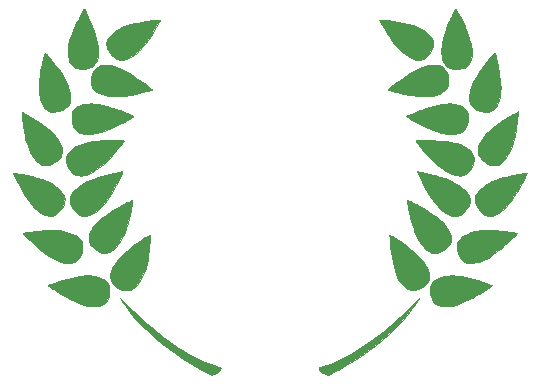
<source format=gbr>
G04 #@! TF.GenerationSoftware,KiCad,Pcbnew,5.1.5+dfsg1-2build2*
G04 #@! TF.CreationDate,2021-04-12T21:21:20-04:00*
G04 #@! TF.ProjectId,wheat_tile,77686561-745f-4746-996c-652e6b696361,rev?*
G04 #@! TF.SameCoordinates,Original*
G04 #@! TF.FileFunction,Copper,L1,Top*
G04 #@! TF.FilePolarity,Positive*
%FSLAX46Y46*%
G04 Gerber Fmt 4.6, Leading zero omitted, Abs format (unit mm)*
G04 Created by KiCad (PCBNEW 5.1.5+dfsg1-2build2) date 2021-04-12 21:21:20*
%MOMM*%
%LPD*%
G04 APERTURE LIST*
%ADD10C,0.010000*%
G04 APERTURE END LIST*
D10*
G36*
X-12749070Y-10772774D02*
G01*
X-12707912Y-10810133D01*
X-12643224Y-10871269D01*
X-12558202Y-10953100D01*
X-12456043Y-11052542D01*
X-12339946Y-11166513D01*
X-12213106Y-11291929D01*
X-12176125Y-11328653D01*
X-11764122Y-11732908D01*
X-11369261Y-12109127D01*
X-10984272Y-12463863D01*
X-10601884Y-12803665D01*
X-10214828Y-13135085D01*
X-9815833Y-13464674D01*
X-9715500Y-13545834D01*
X-9117966Y-14014342D01*
X-8533424Y-14446572D01*
X-7962367Y-14842237D01*
X-7405287Y-15201053D01*
X-6862676Y-15522733D01*
X-6335026Y-15806991D01*
X-5822831Y-16053543D01*
X-5326582Y-16262102D01*
X-4846771Y-16432381D01*
X-4627568Y-16498968D01*
X-4497738Y-16538099D01*
X-4396049Y-16572699D01*
X-4326730Y-16601192D01*
X-4294005Y-16622003D01*
X-4292851Y-16623702D01*
X-4278284Y-16690660D01*
X-4298006Y-16769182D01*
X-4347743Y-16853359D01*
X-4423223Y-16937283D01*
X-4520173Y-17015048D01*
X-4617404Y-17072463D01*
X-4685529Y-17103220D01*
X-4771546Y-17137091D01*
X-4864456Y-17170346D01*
X-4953261Y-17199255D01*
X-5026964Y-17220090D01*
X-5074567Y-17229120D01*
X-5079574Y-17229201D01*
X-5100818Y-17219793D01*
X-5154011Y-17193744D01*
X-5233512Y-17153891D01*
X-5333682Y-17103066D01*
X-5448882Y-17044105D01*
X-5492750Y-17021534D01*
X-6170933Y-16656767D01*
X-6837159Y-16267985D01*
X-7488680Y-15857424D01*
X-8122747Y-15427316D01*
X-8736609Y-14979895D01*
X-9327517Y-14517397D01*
X-9892722Y-14042055D01*
X-10429475Y-13556102D01*
X-10935027Y-13061774D01*
X-11406628Y-12561303D01*
X-11841528Y-12056925D01*
X-12236980Y-11550872D01*
X-12254553Y-11527078D01*
X-12318598Y-11438465D01*
X-12389953Y-11336969D01*
X-12464681Y-11228505D01*
X-12538847Y-11118988D01*
X-12608515Y-11014331D01*
X-12669748Y-10920450D01*
X-12718612Y-10843260D01*
X-12751169Y-10788675D01*
X-12763484Y-10762610D01*
X-12763500Y-10762275D01*
X-12749070Y-10772774D01*
G37*
X-12749070Y-10772774D02*
X-12707912Y-10810133D01*
X-12643224Y-10871269D01*
X-12558202Y-10953100D01*
X-12456043Y-11052542D01*
X-12339946Y-11166513D01*
X-12213106Y-11291929D01*
X-12176125Y-11328653D01*
X-11764122Y-11732908D01*
X-11369261Y-12109127D01*
X-10984272Y-12463863D01*
X-10601884Y-12803665D01*
X-10214828Y-13135085D01*
X-9815833Y-13464674D01*
X-9715500Y-13545834D01*
X-9117966Y-14014342D01*
X-8533424Y-14446572D01*
X-7962367Y-14842237D01*
X-7405287Y-15201053D01*
X-6862676Y-15522733D01*
X-6335026Y-15806991D01*
X-5822831Y-16053543D01*
X-5326582Y-16262102D01*
X-4846771Y-16432381D01*
X-4627568Y-16498968D01*
X-4497738Y-16538099D01*
X-4396049Y-16572699D01*
X-4326730Y-16601192D01*
X-4294005Y-16622003D01*
X-4292851Y-16623702D01*
X-4278284Y-16690660D01*
X-4298006Y-16769182D01*
X-4347743Y-16853359D01*
X-4423223Y-16937283D01*
X-4520173Y-17015048D01*
X-4617404Y-17072463D01*
X-4685529Y-17103220D01*
X-4771546Y-17137091D01*
X-4864456Y-17170346D01*
X-4953261Y-17199255D01*
X-5026964Y-17220090D01*
X-5074567Y-17229120D01*
X-5079574Y-17229201D01*
X-5100818Y-17219793D01*
X-5154011Y-17193744D01*
X-5233512Y-17153891D01*
X-5333682Y-17103066D01*
X-5448882Y-17044105D01*
X-5492750Y-17021534D01*
X-6170933Y-16656767D01*
X-6837159Y-16267985D01*
X-7488680Y-15857424D01*
X-8122747Y-15427316D01*
X-8736609Y-14979895D01*
X-9327517Y-14517397D01*
X-9892722Y-14042055D01*
X-10429475Y-13556102D01*
X-10935027Y-13061774D01*
X-11406628Y-12561303D01*
X-11841528Y-12056925D01*
X-12236980Y-11550872D01*
X-12254553Y-11527078D01*
X-12318598Y-11438465D01*
X-12389953Y-11336969D01*
X-12464681Y-11228505D01*
X-12538847Y-11118988D01*
X-12608515Y-11014331D01*
X-12669748Y-10920450D01*
X-12718612Y-10843260D01*
X-12751169Y-10788675D01*
X-12763484Y-10762610D01*
X-12763500Y-10762275D01*
X-12749070Y-10772774D01*
G36*
X12518882Y-10788857D02*
G01*
X12485957Y-10844364D01*
X12435538Y-10923436D01*
X12371268Y-11020696D01*
X12296794Y-11130768D01*
X12215759Y-11248274D01*
X12131808Y-11367838D01*
X12048588Y-11484082D01*
X11969741Y-11591629D01*
X11956095Y-11609917D01*
X11538798Y-12138052D01*
X11081248Y-12661974D01*
X10585448Y-13179990D01*
X10053404Y-13690408D01*
X9487120Y-14191536D01*
X8888601Y-14681681D01*
X8259851Y-15159151D01*
X7602874Y-15622253D01*
X6919675Y-16069295D01*
X6212260Y-16498585D01*
X6064250Y-16584347D01*
X5954410Y-16646545D01*
X5828818Y-16716089D01*
X5692618Y-16790284D01*
X5550954Y-16866435D01*
X5408970Y-16941848D01*
X5271810Y-17013827D01*
X5144619Y-17079678D01*
X5032541Y-17136705D01*
X4940720Y-17182215D01*
X4874300Y-17213511D01*
X4838425Y-17227900D01*
X4834572Y-17228533D01*
X4806366Y-17222277D01*
X4748972Y-17206732D01*
X4673686Y-17184985D01*
X4656667Y-17179921D01*
X4479954Y-17117031D01*
X4321574Y-17041003D01*
X4201867Y-16963865D01*
X4141807Y-16904305D01*
X4093154Y-16830694D01*
X4059517Y-16752904D01*
X4044502Y-16680807D01*
X4051719Y-16624275D01*
X4069292Y-16601104D01*
X4099077Y-16588086D01*
X4160910Y-16567169D01*
X4245892Y-16541191D01*
X4345121Y-16512987D01*
X4349750Y-16511719D01*
X4790709Y-16375037D01*
X5250000Y-16201462D01*
X5726509Y-15991707D01*
X6219123Y-15746482D01*
X6726729Y-15466498D01*
X7248213Y-15152467D01*
X7782463Y-14805100D01*
X8328364Y-14425108D01*
X8884804Y-14013202D01*
X9450670Y-13570094D01*
X10024848Y-13096494D01*
X10606225Y-12593115D01*
X10910444Y-12320344D01*
X11008884Y-12229664D01*
X11131262Y-12114710D01*
X11271633Y-11981194D01*
X11424050Y-11834826D01*
X11582568Y-11681318D01*
X11741242Y-11526379D01*
X11894125Y-11375722D01*
X11900959Y-11368951D01*
X12035072Y-11236432D01*
X12159429Y-11114327D01*
X12270933Y-11005620D01*
X12366489Y-10913292D01*
X12443002Y-10840326D01*
X12497375Y-10789703D01*
X12526513Y-10764407D01*
X12530667Y-10762293D01*
X12518882Y-10788857D01*
G37*
X12518882Y-10788857D02*
X12485957Y-10844364D01*
X12435538Y-10923436D01*
X12371268Y-11020696D01*
X12296794Y-11130768D01*
X12215759Y-11248274D01*
X12131808Y-11367838D01*
X12048588Y-11484082D01*
X11969741Y-11591629D01*
X11956095Y-11609917D01*
X11538798Y-12138052D01*
X11081248Y-12661974D01*
X10585448Y-13179990D01*
X10053404Y-13690408D01*
X9487120Y-14191536D01*
X8888601Y-14681681D01*
X8259851Y-15159151D01*
X7602874Y-15622253D01*
X6919675Y-16069295D01*
X6212260Y-16498585D01*
X6064250Y-16584347D01*
X5954410Y-16646545D01*
X5828818Y-16716089D01*
X5692618Y-16790284D01*
X5550954Y-16866435D01*
X5408970Y-16941848D01*
X5271810Y-17013827D01*
X5144619Y-17079678D01*
X5032541Y-17136705D01*
X4940720Y-17182215D01*
X4874300Y-17213511D01*
X4838425Y-17227900D01*
X4834572Y-17228533D01*
X4806366Y-17222277D01*
X4748972Y-17206732D01*
X4673686Y-17184985D01*
X4656667Y-17179921D01*
X4479954Y-17117031D01*
X4321574Y-17041003D01*
X4201867Y-16963865D01*
X4141807Y-16904305D01*
X4093154Y-16830694D01*
X4059517Y-16752904D01*
X4044502Y-16680807D01*
X4051719Y-16624275D01*
X4069292Y-16601104D01*
X4099077Y-16588086D01*
X4160910Y-16567169D01*
X4245892Y-16541191D01*
X4345121Y-16512987D01*
X4349750Y-16511719D01*
X4790709Y-16375037D01*
X5250000Y-16201462D01*
X5726509Y-15991707D01*
X6219123Y-15746482D01*
X6726729Y-15466498D01*
X7248213Y-15152467D01*
X7782463Y-14805100D01*
X8328364Y-14425108D01*
X8884804Y-14013202D01*
X9450670Y-13570094D01*
X10024848Y-13096494D01*
X10606225Y-12593115D01*
X10910444Y-12320344D01*
X11008884Y-12229664D01*
X11131262Y-12114710D01*
X11271633Y-11981194D01*
X11424050Y-11834826D01*
X11582568Y-11681318D01*
X11741242Y-11526379D01*
X11894125Y-11375722D01*
X11900959Y-11368951D01*
X12035072Y-11236432D01*
X12159429Y-11114327D01*
X12270933Y-11005620D01*
X12366489Y-10913292D01*
X12443002Y-10840326D01*
X12497375Y-10789703D01*
X12526513Y-10764407D01*
X12530667Y-10762293D01*
X12518882Y-10788857D01*
G36*
X-15338257Y-8822429D02*
G01*
X-15150730Y-8833991D01*
X-14991708Y-8853541D01*
X-14975416Y-8856366D01*
X-14691739Y-8919089D01*
X-14446237Y-8998799D01*
X-14237915Y-9096420D01*
X-14065781Y-9212878D01*
X-13928841Y-9349098D01*
X-13826102Y-9506004D01*
X-13756569Y-9684523D01*
X-13719250Y-9885579D01*
X-13711775Y-10033000D01*
X-13723622Y-10302358D01*
X-13760868Y-10546571D01*
X-13822768Y-10762474D01*
X-13908577Y-10946903D01*
X-13938533Y-10995114D01*
X-14054320Y-11131608D01*
X-14202970Y-11242926D01*
X-14382972Y-11328600D01*
X-14592811Y-11388158D01*
X-14830977Y-11421134D01*
X-15095957Y-11427058D01*
X-15292916Y-11415192D01*
X-15548906Y-11377232D01*
X-15831072Y-11307835D01*
X-16137985Y-11207660D01*
X-16468215Y-11077364D01*
X-16820332Y-10917604D01*
X-17192907Y-10729037D01*
X-17584508Y-10512320D01*
X-17993707Y-10268112D01*
X-18419073Y-9997068D01*
X-18513185Y-9934898D01*
X-18624062Y-9860584D01*
X-18723642Y-9792681D01*
X-18806218Y-9735174D01*
X-18866086Y-9692047D01*
X-18897539Y-9667285D01*
X-18900094Y-9664679D01*
X-18902647Y-9651593D01*
X-18886823Y-9635525D01*
X-18848097Y-9614270D01*
X-18781943Y-9585625D01*
X-18683836Y-9547384D01*
X-18579222Y-9508370D01*
X-18145009Y-9355891D01*
X-17710669Y-9218150D01*
X-17283296Y-9097046D01*
X-16869982Y-8994474D01*
X-16477821Y-8912331D01*
X-16139583Y-8856115D01*
X-15954953Y-8835699D01*
X-15752061Y-8823281D01*
X-15542598Y-8818858D01*
X-15338257Y-8822429D01*
G37*
X-15338257Y-8822429D02*
X-15150730Y-8833991D01*
X-14991708Y-8853541D01*
X-14975416Y-8856366D01*
X-14691739Y-8919089D01*
X-14446237Y-8998799D01*
X-14237915Y-9096420D01*
X-14065781Y-9212878D01*
X-13928841Y-9349098D01*
X-13826102Y-9506004D01*
X-13756569Y-9684523D01*
X-13719250Y-9885579D01*
X-13711775Y-10033000D01*
X-13723622Y-10302358D01*
X-13760868Y-10546571D01*
X-13822768Y-10762474D01*
X-13908577Y-10946903D01*
X-13938533Y-10995114D01*
X-14054320Y-11131608D01*
X-14202970Y-11242926D01*
X-14382972Y-11328600D01*
X-14592811Y-11388158D01*
X-14830977Y-11421134D01*
X-15095957Y-11427058D01*
X-15292916Y-11415192D01*
X-15548906Y-11377232D01*
X-15831072Y-11307835D01*
X-16137985Y-11207660D01*
X-16468215Y-11077364D01*
X-16820332Y-10917604D01*
X-17192907Y-10729037D01*
X-17584508Y-10512320D01*
X-17993707Y-10268112D01*
X-18419073Y-9997068D01*
X-18513185Y-9934898D01*
X-18624062Y-9860584D01*
X-18723642Y-9792681D01*
X-18806218Y-9735174D01*
X-18866086Y-9692047D01*
X-18897539Y-9667285D01*
X-18900094Y-9664679D01*
X-18902647Y-9651593D01*
X-18886823Y-9635525D01*
X-18848097Y-9614270D01*
X-18781943Y-9585625D01*
X-18683836Y-9547384D01*
X-18579222Y-9508370D01*
X-18145009Y-9355891D01*
X-17710669Y-9218150D01*
X-17283296Y-9097046D01*
X-16869982Y-8994474D01*
X-16477821Y-8912331D01*
X-16139583Y-8856115D01*
X-15954953Y-8835699D01*
X-15752061Y-8823281D01*
X-15542598Y-8818858D01*
X-15338257Y-8822429D01*
G36*
X15691313Y-8836185D02*
G01*
X16088969Y-8885897D01*
X16411602Y-8944354D01*
X16749291Y-9019860D01*
X17112766Y-9113647D01*
X17491291Y-9222585D01*
X17874131Y-9343549D01*
X18250550Y-9473409D01*
X18341870Y-9506704D01*
X18470989Y-9555101D01*
X18564212Y-9592149D01*
X18625806Y-9619892D01*
X18660033Y-9640378D01*
X18671158Y-9655650D01*
X18668373Y-9663339D01*
X18640001Y-9687544D01*
X18580794Y-9730801D01*
X18495846Y-9789769D01*
X18390248Y-9861105D01*
X18269092Y-9941468D01*
X18137471Y-10027517D01*
X18000476Y-10115910D01*
X17863198Y-10203305D01*
X17730731Y-10286361D01*
X17608166Y-10361737D01*
X17557750Y-10392169D01*
X17381351Y-10494738D01*
X17185702Y-10603016D01*
X16978293Y-10713262D01*
X16766613Y-10821735D01*
X16558152Y-10924694D01*
X16360401Y-11018397D01*
X16180848Y-11099103D01*
X16026983Y-11163071D01*
X15974202Y-11183173D01*
X15623917Y-11297966D01*
X15294027Y-11376873D01*
X14982837Y-11420121D01*
X14688651Y-11427936D01*
X14409774Y-11400544D01*
X14382750Y-11395893D01*
X14170738Y-11340113D01*
X13987246Y-11253644D01*
X13832126Y-11136271D01*
X13705231Y-10987780D01*
X13606412Y-10807954D01*
X13535523Y-10596578D01*
X13492414Y-10353437D01*
X13476940Y-10078315D01*
X13476924Y-10075334D01*
X13490165Y-9846808D01*
X13533391Y-9647023D01*
X13608282Y-9473243D01*
X13716513Y-9322730D01*
X13859765Y-9192748D01*
X14039714Y-9080562D01*
X14107584Y-9046910D01*
X14372945Y-8943413D01*
X14663232Y-8870626D01*
X14979212Y-8828515D01*
X15321650Y-8817046D01*
X15691313Y-8836185D01*
G37*
X15691313Y-8836185D02*
X16088969Y-8885897D01*
X16411602Y-8944354D01*
X16749291Y-9019860D01*
X17112766Y-9113647D01*
X17491291Y-9222585D01*
X17874131Y-9343549D01*
X18250550Y-9473409D01*
X18341870Y-9506704D01*
X18470989Y-9555101D01*
X18564212Y-9592149D01*
X18625806Y-9619892D01*
X18660033Y-9640378D01*
X18671158Y-9655650D01*
X18668373Y-9663339D01*
X18640001Y-9687544D01*
X18580794Y-9730801D01*
X18495846Y-9789769D01*
X18390248Y-9861105D01*
X18269092Y-9941468D01*
X18137471Y-10027517D01*
X18000476Y-10115910D01*
X17863198Y-10203305D01*
X17730731Y-10286361D01*
X17608166Y-10361737D01*
X17557750Y-10392169D01*
X17381351Y-10494738D01*
X17185702Y-10603016D01*
X16978293Y-10713262D01*
X16766613Y-10821735D01*
X16558152Y-10924694D01*
X16360401Y-11018397D01*
X16180848Y-11099103D01*
X16026983Y-11163071D01*
X15974202Y-11183173D01*
X15623917Y-11297966D01*
X15294027Y-11376873D01*
X14982837Y-11420121D01*
X14688651Y-11427936D01*
X14409774Y-11400544D01*
X14382750Y-11395893D01*
X14170738Y-11340113D01*
X13987246Y-11253644D01*
X13832126Y-11136271D01*
X13705231Y-10987780D01*
X13606412Y-10807954D01*
X13535523Y-10596578D01*
X13492414Y-10353437D01*
X13476940Y-10078315D01*
X13476924Y-10075334D01*
X13490165Y-9846808D01*
X13533391Y-9647023D01*
X13608282Y-9473243D01*
X13716513Y-9322730D01*
X13859765Y-9192748D01*
X14039714Y-9080562D01*
X14107584Y-9046910D01*
X14372945Y-8943413D01*
X14663232Y-8870626D01*
X14979212Y-8828515D01*
X15321650Y-8817046D01*
X15691313Y-8836185D01*
G36*
X-10252673Y-5385028D02*
G01*
X-10252872Y-5448830D01*
X-10256859Y-5543976D01*
X-10264176Y-5665102D01*
X-10274367Y-5806845D01*
X-10286974Y-5963840D01*
X-10301540Y-6130724D01*
X-10317606Y-6302134D01*
X-10334716Y-6472705D01*
X-10352413Y-6637075D01*
X-10370238Y-6789878D01*
X-10387735Y-6925752D01*
X-10394576Y-6974417D01*
X-10461702Y-7393462D01*
X-10536527Y-7773901D01*
X-10620076Y-8118933D01*
X-10713375Y-8431755D01*
X-10817449Y-8715566D01*
X-10933326Y-8973565D01*
X-11062029Y-9208949D01*
X-11160430Y-9362158D01*
X-11331310Y-9586691D01*
X-11508089Y-9770107D01*
X-11690456Y-9912230D01*
X-11878097Y-10012883D01*
X-12070698Y-10071889D01*
X-12267948Y-10089073D01*
X-12421151Y-10073985D01*
X-12583503Y-10031497D01*
X-12754513Y-9962458D01*
X-12926725Y-9872005D01*
X-13092678Y-9765274D01*
X-13244916Y-9647402D01*
X-13375980Y-9523523D01*
X-13478410Y-9398776D01*
X-13531032Y-9309669D01*
X-13592592Y-9133369D01*
X-13617249Y-8940584D01*
X-13606025Y-8733643D01*
X-13559939Y-8514876D01*
X-13480012Y-8286613D01*
X-13367264Y-8051184D01*
X-13222715Y-7810918D01*
X-13047386Y-7568145D01*
X-12842296Y-7325196D01*
X-12608466Y-7084399D01*
X-12520083Y-7001115D01*
X-12210705Y-6729195D01*
X-11864760Y-6449307D01*
X-11486526Y-6164624D01*
X-11080277Y-5878317D01*
X-10650289Y-5593558D01*
X-10460622Y-5473292D01*
X-10380765Y-5424353D01*
X-10315133Y-5386106D01*
X-10271260Y-5362811D01*
X-10256720Y-5357933D01*
X-10252673Y-5385028D01*
G37*
X-10252673Y-5385028D02*
X-10252872Y-5448830D01*
X-10256859Y-5543976D01*
X-10264176Y-5665102D01*
X-10274367Y-5806845D01*
X-10286974Y-5963840D01*
X-10301540Y-6130724D01*
X-10317606Y-6302134D01*
X-10334716Y-6472705D01*
X-10352413Y-6637075D01*
X-10370238Y-6789878D01*
X-10387735Y-6925752D01*
X-10394576Y-6974417D01*
X-10461702Y-7393462D01*
X-10536527Y-7773901D01*
X-10620076Y-8118933D01*
X-10713375Y-8431755D01*
X-10817449Y-8715566D01*
X-10933326Y-8973565D01*
X-11062029Y-9208949D01*
X-11160430Y-9362158D01*
X-11331310Y-9586691D01*
X-11508089Y-9770107D01*
X-11690456Y-9912230D01*
X-11878097Y-10012883D01*
X-12070698Y-10071889D01*
X-12267948Y-10089073D01*
X-12421151Y-10073985D01*
X-12583503Y-10031497D01*
X-12754513Y-9962458D01*
X-12926725Y-9872005D01*
X-13092678Y-9765274D01*
X-13244916Y-9647402D01*
X-13375980Y-9523523D01*
X-13478410Y-9398776D01*
X-13531032Y-9309669D01*
X-13592592Y-9133369D01*
X-13617249Y-8940584D01*
X-13606025Y-8733643D01*
X-13559939Y-8514876D01*
X-13480012Y-8286613D01*
X-13367264Y-8051184D01*
X-13222715Y-7810918D01*
X-13047386Y-7568145D01*
X-12842296Y-7325196D01*
X-12608466Y-7084399D01*
X-12520083Y-7001115D01*
X-12210705Y-6729195D01*
X-11864760Y-6449307D01*
X-11486526Y-6164624D01*
X-11080277Y-5878317D01*
X-10650289Y-5593558D01*
X-10460622Y-5473292D01*
X-10380765Y-5424353D01*
X-10315133Y-5386106D01*
X-10271260Y-5362811D01*
X-10256720Y-5357933D01*
X-10252673Y-5385028D01*
G36*
X10042104Y-5367092D02*
G01*
X10093345Y-5394978D01*
X10170294Y-5440510D01*
X10268218Y-5500732D01*
X10382387Y-5572687D01*
X10508067Y-5653417D01*
X10640528Y-5739965D01*
X10775037Y-5829376D01*
X10805584Y-5849911D01*
X11152388Y-6090910D01*
X11481310Y-6334133D01*
X11789484Y-6577036D01*
X12074043Y-6817078D01*
X12332123Y-7051719D01*
X12560857Y-7278416D01*
X12757380Y-7494627D01*
X12918826Y-7697812D01*
X12968410Y-7768167D01*
X13051354Y-7901888D01*
X13137093Y-8059930D01*
X13217272Y-8225777D01*
X13283533Y-8382911D01*
X13295077Y-8413750D01*
X13324125Y-8496381D01*
X13343772Y-8563872D01*
X13355890Y-8628578D01*
X13362352Y-8702852D01*
X13365028Y-8799049D01*
X13365625Y-8879417D01*
X13365607Y-8993601D01*
X13363372Y-9075909D01*
X13357290Y-9136793D01*
X13345727Y-9186706D01*
X13327052Y-9236100D01*
X13301189Y-9292167D01*
X13202581Y-9455770D01*
X13068618Y-9604941D01*
X12896413Y-9742797D01*
X12862167Y-9765966D01*
X12628846Y-9905413D01*
X12410049Y-10005597D01*
X12205019Y-10066734D01*
X12013003Y-10089042D01*
X11833245Y-10072736D01*
X11811000Y-10067853D01*
X11610401Y-9999354D01*
X11418860Y-9891061D01*
X11239847Y-9745144D01*
X11155150Y-9657673D01*
X11064602Y-9547816D01*
X10964920Y-9412037D01*
X10864475Y-9262961D01*
X10771635Y-9113212D01*
X10694768Y-8975414D01*
X10670257Y-8926234D01*
X10560858Y-8668577D01*
X10459265Y-8372057D01*
X10366131Y-8039537D01*
X10282108Y-7673877D01*
X10207849Y-7277940D01*
X10144007Y-6854587D01*
X10091234Y-6406680D01*
X10087639Y-6371167D01*
X10075964Y-6247446D01*
X10064345Y-6111703D01*
X10053205Y-5970370D01*
X10042964Y-5829879D01*
X10034046Y-5696662D01*
X10026872Y-5577150D01*
X10021863Y-5477775D01*
X10019442Y-5404970D01*
X10020031Y-5365166D01*
X10021303Y-5359809D01*
X10042104Y-5367092D01*
G37*
X10042104Y-5367092D02*
X10093345Y-5394978D01*
X10170294Y-5440510D01*
X10268218Y-5500732D01*
X10382387Y-5572687D01*
X10508067Y-5653417D01*
X10640528Y-5739965D01*
X10775037Y-5829376D01*
X10805584Y-5849911D01*
X11152388Y-6090910D01*
X11481310Y-6334133D01*
X11789484Y-6577036D01*
X12074043Y-6817078D01*
X12332123Y-7051719D01*
X12560857Y-7278416D01*
X12757380Y-7494627D01*
X12918826Y-7697812D01*
X12968410Y-7768167D01*
X13051354Y-7901888D01*
X13137093Y-8059930D01*
X13217272Y-8225777D01*
X13283533Y-8382911D01*
X13295077Y-8413750D01*
X13324125Y-8496381D01*
X13343772Y-8563872D01*
X13355890Y-8628578D01*
X13362352Y-8702852D01*
X13365028Y-8799049D01*
X13365625Y-8879417D01*
X13365607Y-8993601D01*
X13363372Y-9075909D01*
X13357290Y-9136793D01*
X13345727Y-9186706D01*
X13327052Y-9236100D01*
X13301189Y-9292167D01*
X13202581Y-9455770D01*
X13068618Y-9604941D01*
X12896413Y-9742797D01*
X12862167Y-9765966D01*
X12628846Y-9905413D01*
X12410049Y-10005597D01*
X12205019Y-10066734D01*
X12013003Y-10089042D01*
X11833245Y-10072736D01*
X11811000Y-10067853D01*
X11610401Y-9999354D01*
X11418860Y-9891061D01*
X11239847Y-9745144D01*
X11155150Y-9657673D01*
X11064602Y-9547816D01*
X10964920Y-9412037D01*
X10864475Y-9262961D01*
X10771635Y-9113212D01*
X10694768Y-8975414D01*
X10670257Y-8926234D01*
X10560858Y-8668577D01*
X10459265Y-8372057D01*
X10366131Y-8039537D01*
X10282108Y-7673877D01*
X10207849Y-7277940D01*
X10144007Y-6854587D01*
X10091234Y-6406680D01*
X10087639Y-6371167D01*
X10075964Y-6247446D01*
X10064345Y-6111703D01*
X10053205Y-5970370D01*
X10042964Y-5829879D01*
X10034046Y-5696662D01*
X10026872Y-5577150D01*
X10021863Y-5477775D01*
X10019442Y-5404970D01*
X10020031Y-5365166D01*
X10021303Y-5359809D01*
X10042104Y-5367092D01*
G36*
X-18286735Y-4984063D02*
G01*
X-17953493Y-5007061D01*
X-17645208Y-5048798D01*
X-17357268Y-5109866D01*
X-17085064Y-5190859D01*
X-16873047Y-5271436D01*
X-16633253Y-5387126D01*
X-16428950Y-5518505D01*
X-16261242Y-5664402D01*
X-16131233Y-5823648D01*
X-16040029Y-5995070D01*
X-15988733Y-6177498D01*
X-15983465Y-6214326D01*
X-15975896Y-6402671D01*
X-15995237Y-6600204D01*
X-16038633Y-6800168D01*
X-16103224Y-6995802D01*
X-16186153Y-7180348D01*
X-16284563Y-7347048D01*
X-16395596Y-7489142D01*
X-16516394Y-7599872D01*
X-16589068Y-7646660D01*
X-16752720Y-7713970D01*
X-16944087Y-7754487D01*
X-17157694Y-7767692D01*
X-17388064Y-7753069D01*
X-17514256Y-7734009D01*
X-17775406Y-7671152D01*
X-18049007Y-7574393D01*
X-18335750Y-7443268D01*
X-18636326Y-7277309D01*
X-18951425Y-7076052D01*
X-19281738Y-6839030D01*
X-19627955Y-6565779D01*
X-19990767Y-6255832D01*
X-20370866Y-5908724D01*
X-20719756Y-5572596D01*
X-20831291Y-5461767D01*
X-20914567Y-5376621D01*
X-20972316Y-5314004D01*
X-21007273Y-5270763D01*
X-21022174Y-5243746D01*
X-21019751Y-5229800D01*
X-21018066Y-5228642D01*
X-20972556Y-5212764D01*
X-20889832Y-5194243D01*
X-20774890Y-5173680D01*
X-20632726Y-5151674D01*
X-20468335Y-5128825D01*
X-20286712Y-5105733D01*
X-20092854Y-5082998D01*
X-19891754Y-5061220D01*
X-19688410Y-5040998D01*
X-19487817Y-5022932D01*
X-19294969Y-5007622D01*
X-19114863Y-4995669D01*
X-19046530Y-4991911D01*
X-18649544Y-4979210D01*
X-18286735Y-4984063D01*
G37*
X-18286735Y-4984063D02*
X-17953493Y-5007061D01*
X-17645208Y-5048798D01*
X-17357268Y-5109866D01*
X-17085064Y-5190859D01*
X-16873047Y-5271436D01*
X-16633253Y-5387126D01*
X-16428950Y-5518505D01*
X-16261242Y-5664402D01*
X-16131233Y-5823648D01*
X-16040029Y-5995070D01*
X-15988733Y-6177498D01*
X-15983465Y-6214326D01*
X-15975896Y-6402671D01*
X-15995237Y-6600204D01*
X-16038633Y-6800168D01*
X-16103224Y-6995802D01*
X-16186153Y-7180348D01*
X-16284563Y-7347048D01*
X-16395596Y-7489142D01*
X-16516394Y-7599872D01*
X-16589068Y-7646660D01*
X-16752720Y-7713970D01*
X-16944087Y-7754487D01*
X-17157694Y-7767692D01*
X-17388064Y-7753069D01*
X-17514256Y-7734009D01*
X-17775406Y-7671152D01*
X-18049007Y-7574393D01*
X-18335750Y-7443268D01*
X-18636326Y-7277309D01*
X-18951425Y-7076052D01*
X-19281738Y-6839030D01*
X-19627955Y-6565779D01*
X-19990767Y-6255832D01*
X-20370866Y-5908724D01*
X-20719756Y-5572596D01*
X-20831291Y-5461767D01*
X-20914567Y-5376621D01*
X-20972316Y-5314004D01*
X-21007273Y-5270763D01*
X-21022174Y-5243746D01*
X-21019751Y-5229800D01*
X-21018066Y-5228642D01*
X-20972556Y-5212764D01*
X-20889832Y-5194243D01*
X-20774890Y-5173680D01*
X-20632726Y-5151674D01*
X-20468335Y-5128825D01*
X-20286712Y-5105733D01*
X-20092854Y-5082998D01*
X-19891754Y-5061220D01*
X-19688410Y-5040998D01*
X-19487817Y-5022932D01*
X-19294969Y-5007622D01*
X-19114863Y-4995669D01*
X-19046530Y-4991911D01*
X-18649544Y-4979210D01*
X-18286735Y-4984063D01*
G36*
X18644536Y-4985994D02*
G01*
X19025342Y-5003695D01*
X19424830Y-5034460D01*
X19838736Y-5078138D01*
X20262792Y-5134578D01*
X20403927Y-5155931D01*
X20522437Y-5175124D01*
X20627553Y-5193511D01*
X20711569Y-5209638D01*
X20766781Y-5222049D01*
X20784135Y-5227730D01*
X20781698Y-5248349D01*
X20750210Y-5293558D01*
X20692787Y-5360431D01*
X20612547Y-5446040D01*
X20512607Y-5547456D01*
X20396083Y-5661752D01*
X20266093Y-5786000D01*
X20125754Y-5917272D01*
X19978182Y-6052641D01*
X19826495Y-6189178D01*
X19673809Y-6323955D01*
X19523243Y-6454045D01*
X19377911Y-6576519D01*
X19240933Y-6688451D01*
X19165125Y-6748493D01*
X18825564Y-7001638D01*
X18502516Y-7217288D01*
X18194320Y-7396184D01*
X17899317Y-7539066D01*
X17615849Y-7646676D01*
X17342255Y-7719752D01*
X17076876Y-7759036D01*
X16882936Y-7766774D01*
X16780210Y-7762662D01*
X16678478Y-7752976D01*
X16595884Y-7739582D01*
X16578806Y-7735461D01*
X16404651Y-7670706D01*
X16252022Y-7575025D01*
X16119129Y-7446432D01*
X16004183Y-7282939D01*
X15905394Y-7082561D01*
X15845630Y-6921500D01*
X15777357Y-6677076D01*
X15743079Y-6455702D01*
X15743213Y-6254650D01*
X15778173Y-6071193D01*
X15848376Y-5902600D01*
X15954236Y-5746146D01*
X16038878Y-5653129D01*
X16204089Y-5513325D01*
X16405339Y-5385241D01*
X16637384Y-5271215D01*
X16894982Y-5173586D01*
X17172889Y-5094692D01*
X17393460Y-5048878D01*
X17656875Y-5012801D01*
X17956036Y-4990396D01*
X18286679Y-4981511D01*
X18644536Y-4985994D01*
G37*
X18644536Y-4985994D02*
X19025342Y-5003695D01*
X19424830Y-5034460D01*
X19838736Y-5078138D01*
X20262792Y-5134578D01*
X20403927Y-5155931D01*
X20522437Y-5175124D01*
X20627553Y-5193511D01*
X20711569Y-5209638D01*
X20766781Y-5222049D01*
X20784135Y-5227730D01*
X20781698Y-5248349D01*
X20750210Y-5293558D01*
X20692787Y-5360431D01*
X20612547Y-5446040D01*
X20512607Y-5547456D01*
X20396083Y-5661752D01*
X20266093Y-5786000D01*
X20125754Y-5917272D01*
X19978182Y-6052641D01*
X19826495Y-6189178D01*
X19673809Y-6323955D01*
X19523243Y-6454045D01*
X19377911Y-6576519D01*
X19240933Y-6688451D01*
X19165125Y-6748493D01*
X18825564Y-7001638D01*
X18502516Y-7217288D01*
X18194320Y-7396184D01*
X17899317Y-7539066D01*
X17615849Y-7646676D01*
X17342255Y-7719752D01*
X17076876Y-7759036D01*
X16882936Y-7766774D01*
X16780210Y-7762662D01*
X16678478Y-7752976D01*
X16595884Y-7739582D01*
X16578806Y-7735461D01*
X16404651Y-7670706D01*
X16252022Y-7575025D01*
X16119129Y-7446432D01*
X16004183Y-7282939D01*
X15905394Y-7082561D01*
X15845630Y-6921500D01*
X15777357Y-6677076D01*
X15743079Y-6455702D01*
X15743213Y-6254650D01*
X15778173Y-6071193D01*
X15848376Y-5902600D01*
X15954236Y-5746146D01*
X16038878Y-5653129D01*
X16204089Y-5513325D01*
X16405339Y-5385241D01*
X16637384Y-5271215D01*
X16894982Y-5173586D01*
X17172889Y-5094692D01*
X17393460Y-5048878D01*
X17656875Y-5012801D01*
X17956036Y-4990396D01*
X18286679Y-4981511D01*
X18644536Y-4985994D01*
G36*
X-11751131Y-2432871D02*
G01*
X-11752506Y-2489457D01*
X-11761742Y-2578216D01*
X-11778027Y-2694604D01*
X-11800547Y-2834081D01*
X-11828489Y-2992104D01*
X-11861041Y-3164131D01*
X-11897391Y-3345620D01*
X-11936724Y-3532028D01*
X-11978229Y-3718815D01*
X-12021092Y-3901436D01*
X-12034941Y-3958167D01*
X-12150081Y-4393614D01*
X-12271315Y-4791144D01*
X-12398278Y-5149739D01*
X-12530609Y-5468382D01*
X-12667944Y-5746055D01*
X-12680793Y-5769463D01*
X-12815776Y-5990637D01*
X-12966846Y-6198367D01*
X-13129317Y-6387968D01*
X-13298503Y-6554751D01*
X-13469717Y-6694033D01*
X-13638271Y-6801125D01*
X-13774133Y-6862692D01*
X-13900379Y-6895275D01*
X-14045012Y-6912325D01*
X-14190572Y-6913013D01*
X-14319599Y-6896511D01*
X-14346354Y-6889848D01*
X-14520314Y-6826074D01*
X-14698477Y-6733705D01*
X-14873051Y-6618925D01*
X-15036244Y-6487917D01*
X-15180261Y-6346864D01*
X-15297310Y-6201950D01*
X-15371790Y-6076199D01*
X-15429914Y-5907087D01*
X-15451554Y-5720849D01*
X-15436950Y-5521417D01*
X-15386344Y-5312720D01*
X-15313599Y-5127500D01*
X-15192501Y-4899654D01*
X-15040222Y-4673958D01*
X-14855414Y-4449196D01*
X-14636732Y-4224151D01*
X-14382830Y-3997605D01*
X-14092361Y-3768343D01*
X-13763979Y-3535147D01*
X-13396338Y-3296801D01*
X-13070416Y-3100051D01*
X-12985252Y-3051260D01*
X-12878454Y-2991881D01*
X-12755218Y-2924634D01*
X-12620737Y-2852238D01*
X-12480203Y-2777413D01*
X-12338810Y-2702879D01*
X-12201752Y-2631354D01*
X-12074221Y-2565559D01*
X-11961412Y-2508213D01*
X-11868516Y-2462036D01*
X-11800728Y-2429747D01*
X-11763242Y-2414067D01*
X-11758429Y-2413000D01*
X-11751131Y-2432871D01*
G37*
X-11751131Y-2432871D02*
X-11752506Y-2489457D01*
X-11761742Y-2578216D01*
X-11778027Y-2694604D01*
X-11800547Y-2834081D01*
X-11828489Y-2992104D01*
X-11861041Y-3164131D01*
X-11897391Y-3345620D01*
X-11936724Y-3532028D01*
X-11978229Y-3718815D01*
X-12021092Y-3901436D01*
X-12034941Y-3958167D01*
X-12150081Y-4393614D01*
X-12271315Y-4791144D01*
X-12398278Y-5149739D01*
X-12530609Y-5468382D01*
X-12667944Y-5746055D01*
X-12680793Y-5769463D01*
X-12815776Y-5990637D01*
X-12966846Y-6198367D01*
X-13129317Y-6387968D01*
X-13298503Y-6554751D01*
X-13469717Y-6694033D01*
X-13638271Y-6801125D01*
X-13774133Y-6862692D01*
X-13900379Y-6895275D01*
X-14045012Y-6912325D01*
X-14190572Y-6913013D01*
X-14319599Y-6896511D01*
X-14346354Y-6889848D01*
X-14520314Y-6826074D01*
X-14698477Y-6733705D01*
X-14873051Y-6618925D01*
X-15036244Y-6487917D01*
X-15180261Y-6346864D01*
X-15297310Y-6201950D01*
X-15371790Y-6076199D01*
X-15429914Y-5907087D01*
X-15451554Y-5720849D01*
X-15436950Y-5521417D01*
X-15386344Y-5312720D01*
X-15313599Y-5127500D01*
X-15192501Y-4899654D01*
X-15040222Y-4673958D01*
X-14855414Y-4449196D01*
X-14636732Y-4224151D01*
X-14382830Y-3997605D01*
X-14092361Y-3768343D01*
X-13763979Y-3535147D01*
X-13396338Y-3296801D01*
X-13070416Y-3100051D01*
X-12985252Y-3051260D01*
X-12878454Y-2991881D01*
X-12755218Y-2924634D01*
X-12620737Y-2852238D01*
X-12480203Y-2777413D01*
X-12338810Y-2702879D01*
X-12201752Y-2631354D01*
X-12074221Y-2565559D01*
X-11961412Y-2508213D01*
X-11868516Y-2462036D01*
X-11800728Y-2429747D01*
X-11763242Y-2414067D01*
X-11758429Y-2413000D01*
X-11751131Y-2432871D01*
G36*
X11550697Y-2422488D02*
G01*
X11607636Y-2449026D01*
X11690687Y-2489724D01*
X11794234Y-2541693D01*
X11912661Y-2602044D01*
X12040351Y-2667888D01*
X12171690Y-2736334D01*
X12301060Y-2804494D01*
X12422847Y-2869479D01*
X12531433Y-2928398D01*
X12587293Y-2959291D01*
X13005452Y-3200592D01*
X13383337Y-3435487D01*
X13722314Y-3665211D01*
X14023746Y-3890996D01*
X14288999Y-4114079D01*
X14519438Y-4335692D01*
X14716427Y-4557070D01*
X14881330Y-4779447D01*
X15015513Y-5004058D01*
X15120341Y-5232138D01*
X15131057Y-5259917D01*
X15194696Y-5472243D01*
X15219684Y-5672208D01*
X15205472Y-5861299D01*
X15151513Y-6041002D01*
X15057258Y-6212803D01*
X14922159Y-6378189D01*
X14745668Y-6538646D01*
X14626167Y-6628590D01*
X14412663Y-6761916D01*
X14205783Y-6855119D01*
X14006427Y-6907962D01*
X13815497Y-6920208D01*
X13633894Y-6891618D01*
X13631334Y-6890902D01*
X13434088Y-6814638D01*
X13238358Y-6698565D01*
X13046451Y-6545201D01*
X12860675Y-6357065D01*
X12683336Y-6136672D01*
X12516744Y-5886543D01*
X12363204Y-5609193D01*
X12264352Y-5399347D01*
X12201296Y-5246274D01*
X12132250Y-5061982D01*
X12060564Y-4856544D01*
X11989584Y-4640034D01*
X11922659Y-4422523D01*
X11863137Y-4214083D01*
X11834607Y-4106334D01*
X11791375Y-3931797D01*
X11748554Y-3748318D01*
X11706965Y-3560405D01*
X11667432Y-3372564D01*
X11630778Y-3189303D01*
X11597826Y-3015130D01*
X11569399Y-2854552D01*
X11546318Y-2712078D01*
X11529408Y-2592214D01*
X11519492Y-2499467D01*
X11517391Y-2438347D01*
X11523929Y-2413360D01*
X11525485Y-2413000D01*
X11550697Y-2422488D01*
G37*
X11550697Y-2422488D02*
X11607636Y-2449026D01*
X11690687Y-2489724D01*
X11794234Y-2541693D01*
X11912661Y-2602044D01*
X12040351Y-2667888D01*
X12171690Y-2736334D01*
X12301060Y-2804494D01*
X12422847Y-2869479D01*
X12531433Y-2928398D01*
X12587293Y-2959291D01*
X13005452Y-3200592D01*
X13383337Y-3435487D01*
X13722314Y-3665211D01*
X14023746Y-3890996D01*
X14288999Y-4114079D01*
X14519438Y-4335692D01*
X14716427Y-4557070D01*
X14881330Y-4779447D01*
X15015513Y-5004058D01*
X15120341Y-5232138D01*
X15131057Y-5259917D01*
X15194696Y-5472243D01*
X15219684Y-5672208D01*
X15205472Y-5861299D01*
X15151513Y-6041002D01*
X15057258Y-6212803D01*
X14922159Y-6378189D01*
X14745668Y-6538646D01*
X14626167Y-6628590D01*
X14412663Y-6761916D01*
X14205783Y-6855119D01*
X14006427Y-6907962D01*
X13815497Y-6920208D01*
X13633894Y-6891618D01*
X13631334Y-6890902D01*
X13434088Y-6814638D01*
X13238358Y-6698565D01*
X13046451Y-6545201D01*
X12860675Y-6357065D01*
X12683336Y-6136672D01*
X12516744Y-5886543D01*
X12363204Y-5609193D01*
X12264352Y-5399347D01*
X12201296Y-5246274D01*
X12132250Y-5061982D01*
X12060564Y-4856544D01*
X11989584Y-4640034D01*
X11922659Y-4422523D01*
X11863137Y-4214083D01*
X11834607Y-4106334D01*
X11791375Y-3931797D01*
X11748554Y-3748318D01*
X11706965Y-3560405D01*
X11667432Y-3372564D01*
X11630778Y-3189303D01*
X11597826Y-3015130D01*
X11569399Y-2854552D01*
X11546318Y-2712078D01*
X11529408Y-2592214D01*
X11519492Y-2499467D01*
X11517391Y-2438347D01*
X11523929Y-2413360D01*
X11525485Y-2413000D01*
X11550697Y-2422488D01*
G36*
X-12611901Y-26694D02*
G01*
X-12630124Y-83761D01*
X-12666006Y-173691D01*
X-12718533Y-294179D01*
X-12786690Y-442917D01*
X-12869462Y-617599D01*
X-12965835Y-815919D01*
X-12996623Y-878417D01*
X-13133989Y-1151703D01*
X-13261695Y-1395054D01*
X-13385158Y-1618088D01*
X-13509795Y-1830429D01*
X-13641023Y-2041696D01*
X-13723433Y-2169278D01*
X-13932021Y-2473077D01*
X-14136607Y-2739319D01*
X-14341114Y-2972030D01*
X-14549462Y-3175238D01*
X-14765575Y-3352970D01*
X-14993375Y-3509255D01*
X-15078660Y-3560844D01*
X-15262087Y-3653651D01*
X-15450993Y-3722571D01*
X-15637424Y-3765913D01*
X-15813427Y-3781984D01*
X-15971049Y-3769091D01*
X-16012583Y-3759586D01*
X-16189181Y-3697398D01*
X-16349405Y-3608014D01*
X-16501546Y-3486084D01*
X-16613846Y-3371710D01*
X-16775180Y-3177871D01*
X-16898337Y-2994326D01*
X-16985138Y-2817500D01*
X-17037403Y-2643821D01*
X-17055579Y-2504622D01*
X-17051370Y-2332480D01*
X-17016842Y-2167670D01*
X-16949635Y-2004202D01*
X-16847391Y-1836087D01*
X-16734297Y-1688813D01*
X-16561798Y-1503766D01*
X-16359223Y-1328161D01*
X-16125158Y-1161320D01*
X-15858192Y-1002566D01*
X-15556911Y-851220D01*
X-15219904Y-706605D01*
X-14845759Y-568042D01*
X-14433062Y-434856D01*
X-13980401Y-306366D01*
X-13705416Y-235333D01*
X-13582905Y-205503D01*
X-13446806Y-173709D01*
X-13303310Y-141256D01*
X-13158607Y-109450D01*
X-13018886Y-79595D01*
X-12890336Y-52998D01*
X-12779147Y-30964D01*
X-12691509Y-14798D01*
X-12633611Y-5806D01*
X-12612351Y-4796D01*
X-12611901Y-26694D01*
G37*
X-12611901Y-26694D02*
X-12630124Y-83761D01*
X-12666006Y-173691D01*
X-12718533Y-294179D01*
X-12786690Y-442917D01*
X-12869462Y-617599D01*
X-12965835Y-815919D01*
X-12996623Y-878417D01*
X-13133989Y-1151703D01*
X-13261695Y-1395054D01*
X-13385158Y-1618088D01*
X-13509795Y-1830429D01*
X-13641023Y-2041696D01*
X-13723433Y-2169278D01*
X-13932021Y-2473077D01*
X-14136607Y-2739319D01*
X-14341114Y-2972030D01*
X-14549462Y-3175238D01*
X-14765575Y-3352970D01*
X-14993375Y-3509255D01*
X-15078660Y-3560844D01*
X-15262087Y-3653651D01*
X-15450993Y-3722571D01*
X-15637424Y-3765913D01*
X-15813427Y-3781984D01*
X-15971049Y-3769091D01*
X-16012583Y-3759586D01*
X-16189181Y-3697398D01*
X-16349405Y-3608014D01*
X-16501546Y-3486084D01*
X-16613846Y-3371710D01*
X-16775180Y-3177871D01*
X-16898337Y-2994326D01*
X-16985138Y-2817500D01*
X-17037403Y-2643821D01*
X-17055579Y-2504622D01*
X-17051370Y-2332480D01*
X-17016842Y-2167670D01*
X-16949635Y-2004202D01*
X-16847391Y-1836087D01*
X-16734297Y-1688813D01*
X-16561798Y-1503766D01*
X-16359223Y-1328161D01*
X-16125158Y-1161320D01*
X-15858192Y-1002566D01*
X-15556911Y-851220D01*
X-15219904Y-706605D01*
X-14845759Y-568042D01*
X-14433062Y-434856D01*
X-13980401Y-306366D01*
X-13705416Y-235333D01*
X-13582905Y-205503D01*
X-13446806Y-173709D01*
X-13303310Y-141256D01*
X-13158607Y-109450D01*
X-13018886Y-79595D01*
X-12890336Y-52998D01*
X-12779147Y-30964D01*
X-12691509Y-14798D01*
X-12633611Y-5806D01*
X-12612351Y-4796D01*
X-12611901Y-26694D01*
G36*
X12456416Y-13363D02*
G01*
X12548513Y-29718D01*
X12666165Y-52963D01*
X12804206Y-81953D01*
X12957467Y-115546D01*
X13120782Y-152600D01*
X13288984Y-191972D01*
X13456905Y-232519D01*
X13619377Y-273099D01*
X13771235Y-312569D01*
X13839070Y-330848D01*
X14287836Y-461338D01*
X14696039Y-596830D01*
X15065239Y-738115D01*
X15396998Y-885984D01*
X15692875Y-1041229D01*
X15954430Y-1204640D01*
X16183225Y-1377009D01*
X16380819Y-1559127D01*
X16483338Y-1671400D01*
X16621211Y-1848986D01*
X16721749Y-2016983D01*
X16787172Y-2180876D01*
X16819704Y-2346149D01*
X16822278Y-2507678D01*
X16808074Y-2631779D01*
X16779210Y-2746156D01*
X16731486Y-2861788D01*
X16660704Y-2989656D01*
X16603492Y-3079750D01*
X16451855Y-3286825D01*
X16292300Y-3460233D01*
X16127592Y-3597489D01*
X15960496Y-3696109D01*
X15881047Y-3728716D01*
X15727278Y-3766222D01*
X15557518Y-3780212D01*
X15391676Y-3769604D01*
X15332371Y-3758568D01*
X15122484Y-3693172D01*
X14901412Y-3589848D01*
X14668092Y-3448012D01*
X14421459Y-3267079D01*
X14385855Y-3238633D01*
X14198658Y-3070402D01*
X14004658Y-2862951D01*
X13805342Y-2618575D01*
X13602198Y-2339566D01*
X13396717Y-2028218D01*
X13190385Y-1686826D01*
X12984692Y-1317681D01*
X12781125Y-923079D01*
X12581174Y-505312D01*
X12508848Y-346312D01*
X12460737Y-237423D01*
X12420210Y-142502D01*
X12389907Y-67995D01*
X12372465Y-20349D01*
X12369557Y-5888D01*
X12395042Y-5038D01*
X12456416Y-13363D01*
G37*
X12456416Y-13363D02*
X12548513Y-29718D01*
X12666165Y-52963D01*
X12804206Y-81953D01*
X12957467Y-115546D01*
X13120782Y-152600D01*
X13288984Y-191972D01*
X13456905Y-232519D01*
X13619377Y-273099D01*
X13771235Y-312569D01*
X13839070Y-330848D01*
X14287836Y-461338D01*
X14696039Y-596830D01*
X15065239Y-738115D01*
X15396998Y-885984D01*
X15692875Y-1041229D01*
X15954430Y-1204640D01*
X16183225Y-1377009D01*
X16380819Y-1559127D01*
X16483338Y-1671400D01*
X16621211Y-1848986D01*
X16721749Y-2016983D01*
X16787172Y-2180876D01*
X16819704Y-2346149D01*
X16822278Y-2507678D01*
X16808074Y-2631779D01*
X16779210Y-2746156D01*
X16731486Y-2861788D01*
X16660704Y-2989656D01*
X16603492Y-3079750D01*
X16451855Y-3286825D01*
X16292300Y-3460233D01*
X16127592Y-3597489D01*
X15960496Y-3696109D01*
X15881047Y-3728716D01*
X15727278Y-3766222D01*
X15557518Y-3780212D01*
X15391676Y-3769604D01*
X15332371Y-3758568D01*
X15122484Y-3693172D01*
X14901412Y-3589848D01*
X14668092Y-3448012D01*
X14421459Y-3267079D01*
X14385855Y-3238633D01*
X14198658Y-3070402D01*
X14004658Y-2862951D01*
X13805342Y-2618575D01*
X13602198Y-2339566D01*
X13396717Y-2028218D01*
X13190385Y-1686826D01*
X12984692Y-1317681D01*
X12781125Y-923079D01*
X12581174Y-505312D01*
X12508848Y-346312D01*
X12460737Y-237423D01*
X12420210Y-142502D01*
X12389907Y-67995D01*
X12372465Y-20349D01*
X12369557Y-5888D01*
X12395042Y-5038D01*
X12456416Y-13363D01*
G36*
X-21823283Y-131904D02*
G01*
X-21753767Y-139403D01*
X-21655334Y-152742D01*
X-21534321Y-170896D01*
X-21397065Y-192841D01*
X-21249903Y-217553D01*
X-21099173Y-244006D01*
X-20951212Y-271177D01*
X-20812357Y-298041D01*
X-20758723Y-308894D01*
X-20272854Y-417543D01*
X-19828139Y-535375D01*
X-19424610Y-662378D01*
X-19062300Y-798540D01*
X-18741240Y-943850D01*
X-18461462Y-1098295D01*
X-18260889Y-1233217D01*
X-18027781Y-1422100D01*
X-17835846Y-1612777D01*
X-17685268Y-1804902D01*
X-17576229Y-1998129D01*
X-17508913Y-2192111D01*
X-17483502Y-2386502D01*
X-17500179Y-2580957D01*
X-17514895Y-2644874D01*
X-17573814Y-2810359D01*
X-17661557Y-2982600D01*
X-17771966Y-3153855D01*
X-17898880Y-3316385D01*
X-18036142Y-3462448D01*
X-18177591Y-3584303D01*
X-18317070Y-3674211D01*
X-18344894Y-3688009D01*
X-18425547Y-3722853D01*
X-18495783Y-3744090D01*
X-18572910Y-3755497D01*
X-18674239Y-3760847D01*
X-18679583Y-3761004D01*
X-18808797Y-3759392D01*
X-18927151Y-3748150D01*
X-18992431Y-3735671D01*
X-19142727Y-3686571D01*
X-19311304Y-3612027D01*
X-19487268Y-3517264D01*
X-19619033Y-3435074D01*
X-19835190Y-3272221D01*
X-20055911Y-3067764D01*
X-20280875Y-2822148D01*
X-20509759Y-2535820D01*
X-20742242Y-2209225D01*
X-20978000Y-1842811D01*
X-21216713Y-1437023D01*
X-21458056Y-992306D01*
X-21634599Y-645584D01*
X-21717464Y-476813D01*
X-21780817Y-343540D01*
X-21825386Y-244081D01*
X-21851901Y-176755D01*
X-21861091Y-139879D01*
X-21857544Y-131268D01*
X-21823283Y-131904D01*
G37*
X-21823283Y-131904D02*
X-21753767Y-139403D01*
X-21655334Y-152742D01*
X-21534321Y-170896D01*
X-21397065Y-192841D01*
X-21249903Y-217553D01*
X-21099173Y-244006D01*
X-20951212Y-271177D01*
X-20812357Y-298041D01*
X-20758723Y-308894D01*
X-20272854Y-417543D01*
X-19828139Y-535375D01*
X-19424610Y-662378D01*
X-19062300Y-798540D01*
X-18741240Y-943850D01*
X-18461462Y-1098295D01*
X-18260889Y-1233217D01*
X-18027781Y-1422100D01*
X-17835846Y-1612777D01*
X-17685268Y-1804902D01*
X-17576229Y-1998129D01*
X-17508913Y-2192111D01*
X-17483502Y-2386502D01*
X-17500179Y-2580957D01*
X-17514895Y-2644874D01*
X-17573814Y-2810359D01*
X-17661557Y-2982600D01*
X-17771966Y-3153855D01*
X-17898880Y-3316385D01*
X-18036142Y-3462448D01*
X-18177591Y-3584303D01*
X-18317070Y-3674211D01*
X-18344894Y-3688009D01*
X-18425547Y-3722853D01*
X-18495783Y-3744090D01*
X-18572910Y-3755497D01*
X-18674239Y-3760847D01*
X-18679583Y-3761004D01*
X-18808797Y-3759392D01*
X-18927151Y-3748150D01*
X-18992431Y-3735671D01*
X-19142727Y-3686571D01*
X-19311304Y-3612027D01*
X-19487268Y-3517264D01*
X-19619033Y-3435074D01*
X-19835190Y-3272221D01*
X-20055911Y-3067764D01*
X-20280875Y-2822148D01*
X-20509759Y-2535820D01*
X-20742242Y-2209225D01*
X-20978000Y-1842811D01*
X-21216713Y-1437023D01*
X-21458056Y-992306D01*
X-21634599Y-645584D01*
X-21717464Y-476813D01*
X-21780817Y-343540D01*
X-21825386Y-244081D01*
X-21851901Y-176755D01*
X-21861091Y-139879D01*
X-21857544Y-131268D01*
X-21823283Y-131904D01*
G36*
X21622343Y-133565D02*
G01*
X21626921Y-135699D01*
X21623646Y-159889D01*
X21602748Y-216772D01*
X21566448Y-301646D01*
X21516967Y-409808D01*
X21456526Y-536557D01*
X21387347Y-677191D01*
X21311651Y-827009D01*
X21231659Y-981309D01*
X21191815Y-1056664D01*
X20961472Y-1475948D01*
X20737877Y-1855178D01*
X20519776Y-2195873D01*
X20305915Y-2499548D01*
X20095041Y-2767721D01*
X19885901Y-3001909D01*
X19677241Y-3203629D01*
X19467806Y-3374398D01*
X19256344Y-3515733D01*
X19081750Y-3610148D01*
X18876591Y-3694657D01*
X18676773Y-3747565D01*
X18487641Y-3768136D01*
X18314541Y-3755634D01*
X18213640Y-3729593D01*
X18062150Y-3663710D01*
X17920286Y-3572415D01*
X17782505Y-3451175D01*
X17643261Y-3295455D01*
X17573639Y-3206283D01*
X17487230Y-3079355D01*
X17406622Y-2938794D01*
X17338198Y-2797276D01*
X17288343Y-2667476D01*
X17271187Y-2605830D01*
X17257541Y-2507817D01*
X17254068Y-2388674D01*
X17256858Y-2321515D01*
X17290090Y-2139121D01*
X17364265Y-1954048D01*
X17478221Y-1767976D01*
X17630793Y-1582585D01*
X17820816Y-1399554D01*
X17991463Y-1261632D01*
X18209114Y-1111776D01*
X18450364Y-973085D01*
X18718562Y-844153D01*
X19017061Y-723572D01*
X19349211Y-609936D01*
X19718363Y-501839D01*
X19939000Y-444081D01*
X20088414Y-407842D01*
X20252739Y-370459D01*
X20427006Y-332841D01*
X20606240Y-295895D01*
X20785471Y-260532D01*
X20959727Y-227657D01*
X21124035Y-198181D01*
X21273423Y-173012D01*
X21402920Y-153057D01*
X21507554Y-139225D01*
X21582352Y-132425D01*
X21622343Y-133565D01*
G37*
X21622343Y-133565D02*
X21626921Y-135699D01*
X21623646Y-159889D01*
X21602748Y-216772D01*
X21566448Y-301646D01*
X21516967Y-409808D01*
X21456526Y-536557D01*
X21387347Y-677191D01*
X21311651Y-827009D01*
X21231659Y-981309D01*
X21191815Y-1056664D01*
X20961472Y-1475948D01*
X20737877Y-1855178D01*
X20519776Y-2195873D01*
X20305915Y-2499548D01*
X20095041Y-2767721D01*
X19885901Y-3001909D01*
X19677241Y-3203629D01*
X19467806Y-3374398D01*
X19256344Y-3515733D01*
X19081750Y-3610148D01*
X18876591Y-3694657D01*
X18676773Y-3747565D01*
X18487641Y-3768136D01*
X18314541Y-3755634D01*
X18213640Y-3729593D01*
X18062150Y-3663710D01*
X17920286Y-3572415D01*
X17782505Y-3451175D01*
X17643261Y-3295455D01*
X17573639Y-3206283D01*
X17487230Y-3079355D01*
X17406622Y-2938794D01*
X17338198Y-2797276D01*
X17288343Y-2667476D01*
X17271187Y-2605830D01*
X17257541Y-2507817D01*
X17254068Y-2388674D01*
X17256858Y-2321515D01*
X17290090Y-2139121D01*
X17364265Y-1954048D01*
X17478221Y-1767976D01*
X17630793Y-1582585D01*
X17820816Y-1399554D01*
X17991463Y-1261632D01*
X18209114Y-1111776D01*
X18450364Y-973085D01*
X18718562Y-844153D01*
X19017061Y-723572D01*
X19349211Y-609936D01*
X19718363Y-501839D01*
X19939000Y-444081D01*
X20088414Y-407842D01*
X20252739Y-370459D01*
X20427006Y-332841D01*
X20606240Y-295895D01*
X20785471Y-260532D01*
X20959727Y-227657D01*
X21124035Y-198181D01*
X21273423Y-173012D01*
X21402920Y-153057D01*
X21507554Y-139225D01*
X21582352Y-132425D01*
X21622343Y-133565D01*
G36*
X-13154728Y2634212D02*
G01*
X-12993584Y2632056D01*
X-12844998Y2628759D01*
X-12714380Y2624405D01*
X-12607143Y2619077D01*
X-12528698Y2612859D01*
X-12484455Y2605834D01*
X-12476844Y2602034D01*
X-12485878Y2580272D01*
X-12518263Y2530344D01*
X-12570510Y2456824D01*
X-12639129Y2364282D01*
X-12720632Y2257291D01*
X-12811530Y2140424D01*
X-12908332Y2018251D01*
X-13007550Y1895346D01*
X-13105694Y1776279D01*
X-13121106Y1757841D01*
X-13388673Y1448026D01*
X-13656236Y1156923D01*
X-13920680Y887442D01*
X-14178892Y642491D01*
X-14427757Y424979D01*
X-14664162Y237814D01*
X-14884991Y83906D01*
X-14969050Y31838D01*
X-15203078Y-94291D01*
X-15440285Y-197448D01*
X-15675373Y-276431D01*
X-15903048Y-330041D01*
X-16118013Y-357076D01*
X-16314973Y-356335D01*
X-16488631Y-326618D01*
X-16515039Y-318731D01*
X-16683614Y-246383D01*
X-16836154Y-141285D01*
X-16974590Y-1375D01*
X-17100856Y175407D01*
X-17216883Y391120D01*
X-17250774Y465531D01*
X-17305589Y606519D01*
X-17350581Y753688D01*
X-17382436Y894033D01*
X-17397835Y1014547D01*
X-17398749Y1045844D01*
X-17377409Y1232783D01*
X-17314863Y1413689D01*
X-17211989Y1587080D01*
X-17069669Y1751469D01*
X-16888949Y1905249D01*
X-16693677Y2036828D01*
X-16481753Y2153408D01*
X-16250353Y2255682D01*
X-15996654Y2344344D01*
X-15717833Y2420089D01*
X-15411066Y2483608D01*
X-15073531Y2535597D01*
X-14702403Y2576748D01*
X-14294860Y2607755D01*
X-13959416Y2624947D01*
X-13816654Y2629751D01*
X-13659392Y2632996D01*
X-13493043Y2634765D01*
X-13323018Y2635142D01*
X-13154728Y2634212D01*
G37*
X-13154728Y2634212D02*
X-12993584Y2632056D01*
X-12844998Y2628759D01*
X-12714380Y2624405D01*
X-12607143Y2619077D01*
X-12528698Y2612859D01*
X-12484455Y2605834D01*
X-12476844Y2602034D01*
X-12485878Y2580272D01*
X-12518263Y2530344D01*
X-12570510Y2456824D01*
X-12639129Y2364282D01*
X-12720632Y2257291D01*
X-12811530Y2140424D01*
X-12908332Y2018251D01*
X-13007550Y1895346D01*
X-13105694Y1776279D01*
X-13121106Y1757841D01*
X-13388673Y1448026D01*
X-13656236Y1156923D01*
X-13920680Y887442D01*
X-14178892Y642491D01*
X-14427757Y424979D01*
X-14664162Y237814D01*
X-14884991Y83906D01*
X-14969050Y31838D01*
X-15203078Y-94291D01*
X-15440285Y-197448D01*
X-15675373Y-276431D01*
X-15903048Y-330041D01*
X-16118013Y-357076D01*
X-16314973Y-356335D01*
X-16488631Y-326618D01*
X-16515039Y-318731D01*
X-16683614Y-246383D01*
X-16836154Y-141285D01*
X-16974590Y-1375D01*
X-17100856Y175407D01*
X-17216883Y391120D01*
X-17250774Y465531D01*
X-17305589Y606519D01*
X-17350581Y753688D01*
X-17382436Y894033D01*
X-17397835Y1014547D01*
X-17398749Y1045844D01*
X-17377409Y1232783D01*
X-17314863Y1413689D01*
X-17211989Y1587080D01*
X-17069669Y1751469D01*
X-16888949Y1905249D01*
X-16693677Y2036828D01*
X-16481753Y2153408D01*
X-16250353Y2255682D01*
X-15996654Y2344344D01*
X-15717833Y2420089D01*
X-15411066Y2483608D01*
X-15073531Y2535597D01*
X-14702403Y2576748D01*
X-14294860Y2607755D01*
X-13959416Y2624947D01*
X-13816654Y2629751D01*
X-13659392Y2632996D01*
X-13493043Y2634765D01*
X-13323018Y2635142D01*
X-13154728Y2634212D01*
G36*
X13335106Y2634298D02*
G01*
X13494509Y2631942D01*
X13641471Y2628094D01*
X13710273Y2625513D01*
X14128615Y2603388D01*
X14508610Y2573511D01*
X14853668Y2535099D01*
X15167196Y2487371D01*
X15452604Y2429546D01*
X15713300Y2360842D01*
X15952693Y2280477D01*
X16174192Y2187669D01*
X16381205Y2081637D01*
X16562023Y1971587D01*
X16682113Y1883611D01*
X16800433Y1780630D01*
X16907713Y1671905D01*
X16994683Y1566697D01*
X17044111Y1489976D01*
X17114813Y1327569D01*
X17153092Y1161700D01*
X17158598Y988316D01*
X17130979Y803365D01*
X17069886Y602796D01*
X16974966Y382557D01*
X16942556Y317356D01*
X16825816Y115722D01*
X16700061Y-46945D01*
X16562200Y-173595D01*
X16409143Y-267177D01*
X16275242Y-319732D01*
X16126994Y-350262D01*
X15954120Y-359877D01*
X15768684Y-348782D01*
X15582746Y-317180D01*
X15542214Y-307301D01*
X15350725Y-248620D01*
X15144196Y-169520D01*
X14939684Y-77177D01*
X14754250Y21230D01*
X14736217Y31838D01*
X14517755Y174798D01*
X14283049Y352665D01*
X14034973Y562573D01*
X13776395Y801658D01*
X13510187Y1067053D01*
X13239220Y1355893D01*
X12966365Y1665312D01*
X12694492Y1992445D01*
X12426473Y2334427D01*
X12417275Y2346527D01*
X12352718Y2433418D01*
X12299561Y2508567D01*
X12262135Y2565563D01*
X12244769Y2597998D01*
X12244322Y2602537D01*
X12269232Y2609744D01*
X12330994Y2616232D01*
X12424130Y2621915D01*
X12543164Y2626707D01*
X12682619Y2630522D01*
X12837018Y2633274D01*
X13000883Y2634879D01*
X13168738Y2635248D01*
X13335106Y2634298D01*
G37*
X13335106Y2634298D02*
X13494509Y2631942D01*
X13641471Y2628094D01*
X13710273Y2625513D01*
X14128615Y2603388D01*
X14508610Y2573511D01*
X14853668Y2535099D01*
X15167196Y2487371D01*
X15452604Y2429546D01*
X15713300Y2360842D01*
X15952693Y2280477D01*
X16174192Y2187669D01*
X16381205Y2081637D01*
X16562023Y1971587D01*
X16682113Y1883611D01*
X16800433Y1780630D01*
X16907713Y1671905D01*
X16994683Y1566697D01*
X17044111Y1489976D01*
X17114813Y1327569D01*
X17153092Y1161700D01*
X17158598Y988316D01*
X17130979Y803365D01*
X17069886Y602796D01*
X16974966Y382557D01*
X16942556Y317356D01*
X16825816Y115722D01*
X16700061Y-46945D01*
X16562200Y-173595D01*
X16409143Y-267177D01*
X16275242Y-319732D01*
X16126994Y-350262D01*
X15954120Y-359877D01*
X15768684Y-348782D01*
X15582746Y-317180D01*
X15542214Y-307301D01*
X15350725Y-248620D01*
X15144196Y-169520D01*
X14939684Y-77177D01*
X14754250Y21230D01*
X14736217Y31838D01*
X14517755Y174798D01*
X14283049Y352665D01*
X14034973Y562573D01*
X13776395Y801658D01*
X13510187Y1067053D01*
X13239220Y1355893D01*
X12966365Y1665312D01*
X12694492Y1992445D01*
X12426473Y2334427D01*
X12417275Y2346527D01*
X12352718Y2433418D01*
X12299561Y2508567D01*
X12262135Y2565563D01*
X12244769Y2597998D01*
X12244322Y2602537D01*
X12269232Y2609744D01*
X12330994Y2616232D01*
X12424130Y2621915D01*
X12543164Y2626707D01*
X12682619Y2630522D01*
X12837018Y2633274D01*
X13000883Y2634879D01*
X13168738Y2635248D01*
X13335106Y2634298D01*
G36*
X-20960291Y4971292D02*
G01*
X-20479585Y4702889D01*
X-20037586Y4438131D01*
X-19634710Y4177335D01*
X-19271372Y3920822D01*
X-18947990Y3668908D01*
X-18664979Y3421912D01*
X-18422754Y3180152D01*
X-18221732Y2943947D01*
X-18111530Y2790798D01*
X-17966685Y2556445D01*
X-17856586Y2339494D01*
X-17779696Y2135540D01*
X-17734479Y1940174D01*
X-17719398Y1748989D01*
X-17721498Y1672023D01*
X-17748178Y1488641D01*
X-17807920Y1320758D01*
X-17903219Y1163992D01*
X-18036572Y1013960D01*
X-18156055Y908850D01*
X-18362941Y758042D01*
X-18568349Y639987D01*
X-18768882Y555914D01*
X-18961141Y507052D01*
X-19141730Y494632D01*
X-19261666Y508747D01*
X-19426688Y560929D01*
X-19591910Y650175D01*
X-19760111Y778195D01*
X-19876613Y887271D01*
X-20032551Y1057484D01*
X-20173668Y1241815D01*
X-20301706Y1444085D01*
X-20418405Y1668112D01*
X-20525507Y1917719D01*
X-20624753Y2196725D01*
X-20717885Y2508950D01*
X-20806642Y2858216D01*
X-20839016Y2998905D01*
X-20871182Y3151676D01*
X-20904877Y3328562D01*
X-20939173Y3523161D01*
X-20973146Y3729072D01*
X-21005867Y3939893D01*
X-21036412Y4149222D01*
X-21063854Y4350657D01*
X-21087266Y4537798D01*
X-21105722Y4704242D01*
X-21118297Y4843587D01*
X-21124063Y4949433D01*
X-21124333Y4970783D01*
X-21124333Y5059928D01*
X-20960291Y4971292D01*
G37*
X-20960291Y4971292D02*
X-20479585Y4702889D01*
X-20037586Y4438131D01*
X-19634710Y4177335D01*
X-19271372Y3920822D01*
X-18947990Y3668908D01*
X-18664979Y3421912D01*
X-18422754Y3180152D01*
X-18221732Y2943947D01*
X-18111530Y2790798D01*
X-17966685Y2556445D01*
X-17856586Y2339494D01*
X-17779696Y2135540D01*
X-17734479Y1940174D01*
X-17719398Y1748989D01*
X-17721498Y1672023D01*
X-17748178Y1488641D01*
X-17807920Y1320758D01*
X-17903219Y1163992D01*
X-18036572Y1013960D01*
X-18156055Y908850D01*
X-18362941Y758042D01*
X-18568349Y639987D01*
X-18768882Y555914D01*
X-18961141Y507052D01*
X-19141730Y494632D01*
X-19261666Y508747D01*
X-19426688Y560929D01*
X-19591910Y650175D01*
X-19760111Y778195D01*
X-19876613Y887271D01*
X-20032551Y1057484D01*
X-20173668Y1241815D01*
X-20301706Y1444085D01*
X-20418405Y1668112D01*
X-20525507Y1917719D01*
X-20624753Y2196725D01*
X-20717885Y2508950D01*
X-20806642Y2858216D01*
X-20839016Y2998905D01*
X-20871182Y3151676D01*
X-20904877Y3328562D01*
X-20939173Y3523161D01*
X-20973146Y3729072D01*
X-21005867Y3939893D01*
X-21036412Y4149222D01*
X-21063854Y4350657D01*
X-21087266Y4537798D01*
X-21105722Y4704242D01*
X-21118297Y4843587D01*
X-21124063Y4949433D01*
X-21124333Y4970783D01*
X-21124333Y5059928D01*
X-20960291Y4971292D01*
G36*
X20883133Y4864867D02*
G01*
X20851919Y4521998D01*
X20809097Y4168385D01*
X20755975Y3810403D01*
X20693861Y3454426D01*
X20624063Y3106827D01*
X20547890Y2773980D01*
X20466649Y2462259D01*
X20381648Y2178038D01*
X20294195Y1927690D01*
X20265350Y1854406D01*
X20144036Y1587996D01*
X20006722Y1343746D01*
X19856107Y1124552D01*
X19694894Y933312D01*
X19525785Y772924D01*
X19351480Y646286D01*
X19174682Y556296D01*
X19010069Y507974D01*
X18918174Y493582D01*
X18841767Y489996D01*
X18762351Y497744D01*
X18661429Y517355D01*
X18658417Y518013D01*
X18499924Y564485D01*
X18335984Y636995D01*
X18158489Y739312D01*
X18099265Y777792D01*
X17893796Y932422D01*
X17729737Y1095483D01*
X17606989Y1267078D01*
X17575170Y1326325D01*
X17536729Y1407933D01*
X17512351Y1474188D01*
X17498226Y1540966D01*
X17490542Y1624146D01*
X17487278Y1692505D01*
X17485486Y1813968D01*
X17492563Y1912935D01*
X17510421Y2008667D01*
X17523848Y2060819D01*
X17612549Y2314542D01*
X17739140Y2572005D01*
X17900169Y2827847D01*
X18092182Y3076712D01*
X18311724Y3313239D01*
X18362556Y3362312D01*
X18626714Y3597144D01*
X18929182Y3838368D01*
X19266810Y4083838D01*
X19636446Y4331405D01*
X20034938Y4578922D01*
X20459135Y4824242D01*
X20709467Y4961327D01*
X20897850Y5062484D01*
X20883133Y4864867D01*
G37*
X20883133Y4864867D02*
X20851919Y4521998D01*
X20809097Y4168385D01*
X20755975Y3810403D01*
X20693861Y3454426D01*
X20624063Y3106827D01*
X20547890Y2773980D01*
X20466649Y2462259D01*
X20381648Y2178038D01*
X20294195Y1927690D01*
X20265350Y1854406D01*
X20144036Y1587996D01*
X20006722Y1343746D01*
X19856107Y1124552D01*
X19694894Y933312D01*
X19525785Y772924D01*
X19351480Y646286D01*
X19174682Y556296D01*
X19010069Y507974D01*
X18918174Y493582D01*
X18841767Y489996D01*
X18762351Y497744D01*
X18661429Y517355D01*
X18658417Y518013D01*
X18499924Y564485D01*
X18335984Y636995D01*
X18158489Y739312D01*
X18099265Y777792D01*
X17893796Y932422D01*
X17729737Y1095483D01*
X17606989Y1267078D01*
X17575170Y1326325D01*
X17536729Y1407933D01*
X17512351Y1474188D01*
X17498226Y1540966D01*
X17490542Y1624146D01*
X17487278Y1692505D01*
X17485486Y1813968D01*
X17492563Y1912935D01*
X17510421Y2008667D01*
X17523848Y2060819D01*
X17612549Y2314542D01*
X17739140Y2572005D01*
X17900169Y2827847D01*
X18092182Y3076712D01*
X18311724Y3313239D01*
X18362556Y3362312D01*
X18626714Y3597144D01*
X18929182Y3838368D01*
X19266810Y4083838D01*
X19636446Y4331405D01*
X20034938Y4578922D01*
X20459135Y4824242D01*
X20709467Y4961327D01*
X20897850Y5062484D01*
X20883133Y4864867D01*
G36*
X-14963537Y5724427D02*
G01*
X-14635967Y5680117D01*
X-14279450Y5609850D01*
X-13895286Y5513879D01*
X-13484772Y5392454D01*
X-13102166Y5264538D01*
X-12957617Y5212572D01*
X-12800631Y5154019D01*
X-12636359Y5090996D01*
X-12469950Y5025619D01*
X-12306554Y4960005D01*
X-12151321Y4896273D01*
X-12009400Y4836538D01*
X-11885941Y4782918D01*
X-11786094Y4737529D01*
X-11715008Y4702490D01*
X-11677833Y4679917D01*
X-11675966Y4678217D01*
X-11682974Y4657995D01*
X-11724429Y4621544D01*
X-11796580Y4570883D01*
X-11895672Y4508024D01*
X-12017954Y4434984D01*
X-12159672Y4353777D01*
X-12317072Y4266420D01*
X-12486402Y4174926D01*
X-12663909Y4081312D01*
X-12845839Y3987592D01*
X-13028441Y3895782D01*
X-13207959Y3807897D01*
X-13380642Y3725952D01*
X-13542737Y3651962D01*
X-13690490Y3587943D01*
X-13758333Y3560094D01*
X-14119374Y3424688D01*
X-14462816Y3314969D01*
X-14721416Y3246928D01*
X-14811576Y3226988D01*
X-14894604Y3212103D01*
X-14980048Y3201364D01*
X-15077455Y3193858D01*
X-15196370Y3188674D01*
X-15346340Y3184902D01*
X-15377583Y3184298D01*
X-15557844Y3182270D01*
X-15701378Y3183818D01*
X-15813657Y3189147D01*
X-15900154Y3198463D01*
X-15938500Y3205313D01*
X-16145349Y3260924D01*
X-16320221Y3335593D01*
X-16470672Y3433233D01*
X-16590817Y3543326D01*
X-16684660Y3656837D01*
X-16757787Y3779814D01*
X-16812004Y3918361D01*
X-16849116Y4078581D01*
X-16870929Y4266578D01*
X-16879248Y4488456D01*
X-16879429Y4519083D01*
X-16878912Y4657823D01*
X-16875954Y4762835D01*
X-16869829Y4842688D01*
X-16859812Y4905953D01*
X-16845178Y4961200D01*
X-16840915Y4974166D01*
X-16762170Y5149908D01*
X-16652698Y5301870D01*
X-16511447Y5430661D01*
X-16337362Y5536891D01*
X-16129389Y5621170D01*
X-15886473Y5684108D01*
X-15607561Y5726312D01*
X-15526643Y5734172D01*
X-15260862Y5742529D01*
X-14963537Y5724427D01*
G37*
X-14963537Y5724427D02*
X-14635967Y5680117D01*
X-14279450Y5609850D01*
X-13895286Y5513879D01*
X-13484772Y5392454D01*
X-13102166Y5264538D01*
X-12957617Y5212572D01*
X-12800631Y5154019D01*
X-12636359Y5090996D01*
X-12469950Y5025619D01*
X-12306554Y4960005D01*
X-12151321Y4896273D01*
X-12009400Y4836538D01*
X-11885941Y4782918D01*
X-11786094Y4737529D01*
X-11715008Y4702490D01*
X-11677833Y4679917D01*
X-11675966Y4678217D01*
X-11682974Y4657995D01*
X-11724429Y4621544D01*
X-11796580Y4570883D01*
X-11895672Y4508024D01*
X-12017954Y4434984D01*
X-12159672Y4353777D01*
X-12317072Y4266420D01*
X-12486402Y4174926D01*
X-12663909Y4081312D01*
X-12845839Y3987592D01*
X-13028441Y3895782D01*
X-13207959Y3807897D01*
X-13380642Y3725952D01*
X-13542737Y3651962D01*
X-13690490Y3587943D01*
X-13758333Y3560094D01*
X-14119374Y3424688D01*
X-14462816Y3314969D01*
X-14721416Y3246928D01*
X-14811576Y3226988D01*
X-14894604Y3212103D01*
X-14980048Y3201364D01*
X-15077455Y3193858D01*
X-15196370Y3188674D01*
X-15346340Y3184902D01*
X-15377583Y3184298D01*
X-15557844Y3182270D01*
X-15701378Y3183818D01*
X-15813657Y3189147D01*
X-15900154Y3198463D01*
X-15938500Y3205313D01*
X-16145349Y3260924D01*
X-16320221Y3335593D01*
X-16470672Y3433233D01*
X-16590817Y3543326D01*
X-16684660Y3656837D01*
X-16757787Y3779814D01*
X-16812004Y3918361D01*
X-16849116Y4078581D01*
X-16870929Y4266578D01*
X-16879248Y4488456D01*
X-16879429Y4519083D01*
X-16878912Y4657823D01*
X-16875954Y4762835D01*
X-16869829Y4842688D01*
X-16859812Y4905953D01*
X-16845178Y4961200D01*
X-16840915Y4974166D01*
X-16762170Y5149908D01*
X-16652698Y5301870D01*
X-16511447Y5430661D01*
X-16337362Y5536891D01*
X-16129389Y5621170D01*
X-15886473Y5684108D01*
X-15607561Y5726312D01*
X-15526643Y5734172D01*
X-15260862Y5742529D01*
X-14963537Y5724427D01*
G36*
X15390263Y5726471D02*
G01*
X15543989Y5704938D01*
X15801633Y5648237D01*
X16022269Y5573044D01*
X16207562Y5478088D01*
X16359177Y5362096D01*
X16478780Y5223797D01*
X16568035Y5061919D01*
X16628244Y4876736D01*
X16644014Y4774522D01*
X16652195Y4642931D01*
X16653110Y4494173D01*
X16647078Y4340459D01*
X16634421Y4193998D01*
X16615460Y4067003D01*
X16605788Y4022786D01*
X16536054Y3816890D01*
X16435433Y3639470D01*
X16303367Y3489972D01*
X16139295Y3367843D01*
X15942659Y3272528D01*
X15800917Y3225749D01*
X15719296Y3209959D01*
X15604680Y3197425D01*
X15466294Y3188294D01*
X15313359Y3182713D01*
X15155102Y3180831D01*
X15000745Y3182794D01*
X14859513Y3188750D01*
X14740629Y3198847D01*
X14679084Y3207814D01*
X14372238Y3276037D01*
X14045646Y3371663D01*
X13697150Y3495478D01*
X13324594Y3648269D01*
X12925821Y3830821D01*
X12795250Y3894212D01*
X12612343Y3985678D01*
X12430338Y4079546D01*
X12252935Y4173668D01*
X12083834Y4265901D01*
X11926733Y4354099D01*
X11785334Y4436117D01*
X11663335Y4509809D01*
X11564437Y4573030D01*
X11492339Y4623636D01*
X11450742Y4659480D01*
X11443133Y4678217D01*
X11476869Y4699885D01*
X11545271Y4734155D01*
X11643290Y4778974D01*
X11765878Y4832288D01*
X11907984Y4892045D01*
X12064561Y4956189D01*
X12230559Y5022668D01*
X12400929Y5089427D01*
X12570623Y5154414D01*
X12734590Y5215573D01*
X12887783Y5270853D01*
X12973790Y5300811D01*
X13402322Y5439763D01*
X13799974Y5552179D01*
X14168608Y5638351D01*
X14510090Y5698574D01*
X14826283Y5733139D01*
X15119053Y5742340D01*
X15390263Y5726471D01*
G37*
X15390263Y5726471D02*
X15543989Y5704938D01*
X15801633Y5648237D01*
X16022269Y5573044D01*
X16207562Y5478088D01*
X16359177Y5362096D01*
X16478780Y5223797D01*
X16568035Y5061919D01*
X16628244Y4876736D01*
X16644014Y4774522D01*
X16652195Y4642931D01*
X16653110Y4494173D01*
X16647078Y4340459D01*
X16634421Y4193998D01*
X16615460Y4067003D01*
X16605788Y4022786D01*
X16536054Y3816890D01*
X16435433Y3639470D01*
X16303367Y3489972D01*
X16139295Y3367843D01*
X15942659Y3272528D01*
X15800917Y3225749D01*
X15719296Y3209959D01*
X15604680Y3197425D01*
X15466294Y3188294D01*
X15313359Y3182713D01*
X15155102Y3180831D01*
X15000745Y3182794D01*
X14859513Y3188750D01*
X14740629Y3198847D01*
X14679084Y3207814D01*
X14372238Y3276037D01*
X14045646Y3371663D01*
X13697150Y3495478D01*
X13324594Y3648269D01*
X12925821Y3830821D01*
X12795250Y3894212D01*
X12612343Y3985678D01*
X12430338Y4079546D01*
X12252935Y4173668D01*
X12083834Y4265901D01*
X11926733Y4354099D01*
X11785334Y4436117D01*
X11663335Y4509809D01*
X11564437Y4573030D01*
X11492339Y4623636D01*
X11450742Y4659480D01*
X11443133Y4678217D01*
X11476869Y4699885D01*
X11545271Y4734155D01*
X11643290Y4778974D01*
X11765878Y4832288D01*
X11907984Y4892045D01*
X12064561Y4956189D01*
X12230559Y5022668D01*
X12400929Y5089427D01*
X12570623Y5154414D01*
X12734590Y5215573D01*
X12887783Y5270853D01*
X12973790Y5300811D01*
X13402322Y5439763D01*
X13799974Y5552179D01*
X14168608Y5638351D01*
X14510090Y5698574D01*
X14826283Y5733139D01*
X15119053Y5742340D01*
X15390263Y5726471D01*
G36*
X-19150551Y10051941D02*
G01*
X-19135115Y10039490D01*
X-19109633Y10014005D01*
X-19070754Y9971928D01*
X-19015121Y9909699D01*
X-18939382Y9823763D01*
X-18840183Y9710559D01*
X-18805047Y9670405D01*
X-18532372Y9349081D01*
X-18276562Y9028259D01*
X-18039768Y8711245D01*
X-17824140Y8401346D01*
X-17631828Y8101869D01*
X-17464983Y7816119D01*
X-17325755Y7547404D01*
X-17216296Y7299031D01*
X-17158340Y7138432D01*
X-17075893Y6843498D01*
X-17024273Y6566557D01*
X-17003424Y6309564D01*
X-17013286Y6074473D01*
X-17053800Y5863237D01*
X-17124907Y5677812D01*
X-17206292Y5546008D01*
X-17338985Y5403651D01*
X-17505290Y5282762D01*
X-17701446Y5184923D01*
X-17923692Y5111716D01*
X-18168268Y5064722D01*
X-18393833Y5046471D01*
X-18538410Y5044277D01*
X-18646220Y5048709D01*
X-18722348Y5060050D01*
X-18743083Y5065913D01*
X-18918847Y5143575D01*
X-19075156Y5253979D01*
X-19213156Y5398574D01*
X-19333990Y5578809D01*
X-19438801Y5796133D01*
X-19528732Y6051995D01*
X-19533150Y6066809D01*
X-19575510Y6222603D01*
X-19607237Y6371560D01*
X-19629516Y6523707D01*
X-19643532Y6689076D01*
X-19650471Y6877695D01*
X-19651668Y7069666D01*
X-19643692Y7384791D01*
X-19621642Y7708662D01*
X-19584737Y8047815D01*
X-19532199Y8408782D01*
X-19463245Y8798098D01*
X-19417855Y9027583D01*
X-19390174Y9158780D01*
X-19358893Y9299930D01*
X-19325536Y9444858D01*
X-19291630Y9587389D01*
X-19258701Y9721347D01*
X-19228276Y9840558D01*
X-19201879Y9938846D01*
X-19181038Y10010036D01*
X-19167277Y10047954D01*
X-19164703Y10051972D01*
X-19159296Y10054916D01*
X-19150551Y10051941D01*
G37*
X-19150551Y10051941D02*
X-19135115Y10039490D01*
X-19109633Y10014005D01*
X-19070754Y9971928D01*
X-19015121Y9909699D01*
X-18939382Y9823763D01*
X-18840183Y9710559D01*
X-18805047Y9670405D01*
X-18532372Y9349081D01*
X-18276562Y9028259D01*
X-18039768Y8711245D01*
X-17824140Y8401346D01*
X-17631828Y8101869D01*
X-17464983Y7816119D01*
X-17325755Y7547404D01*
X-17216296Y7299031D01*
X-17158340Y7138432D01*
X-17075893Y6843498D01*
X-17024273Y6566557D01*
X-17003424Y6309564D01*
X-17013286Y6074473D01*
X-17053800Y5863237D01*
X-17124907Y5677812D01*
X-17206292Y5546008D01*
X-17338985Y5403651D01*
X-17505290Y5282762D01*
X-17701446Y5184923D01*
X-17923692Y5111716D01*
X-18168268Y5064722D01*
X-18393833Y5046471D01*
X-18538410Y5044277D01*
X-18646220Y5048709D01*
X-18722348Y5060050D01*
X-18743083Y5065913D01*
X-18918847Y5143575D01*
X-19075156Y5253979D01*
X-19213156Y5398574D01*
X-19333990Y5578809D01*
X-19438801Y5796133D01*
X-19528732Y6051995D01*
X-19533150Y6066809D01*
X-19575510Y6222603D01*
X-19607237Y6371560D01*
X-19629516Y6523707D01*
X-19643532Y6689076D01*
X-19650471Y6877695D01*
X-19651668Y7069666D01*
X-19643692Y7384791D01*
X-19621642Y7708662D01*
X-19584737Y8047815D01*
X-19532199Y8408782D01*
X-19463245Y8798098D01*
X-19417855Y9027583D01*
X-19390174Y9158780D01*
X-19358893Y9299930D01*
X-19325536Y9444858D01*
X-19291630Y9587389D01*
X-19258701Y9721347D01*
X-19228276Y9840558D01*
X-19201879Y9938846D01*
X-19181038Y10010036D01*
X-19167277Y10047954D01*
X-19164703Y10051972D01*
X-19159296Y10054916D01*
X-19150551Y10051941D01*
G36*
X18936331Y10034244D02*
G01*
X18956153Y9977874D01*
X18981750Y9890150D01*
X19011935Y9776166D01*
X19045521Y9641015D01*
X19081322Y9489792D01*
X19118152Y9327590D01*
X19154824Y9159505D01*
X19190152Y8990629D01*
X19222950Y8826056D01*
X19252032Y8670881D01*
X19270994Y8561916D01*
X19335177Y8145061D01*
X19382163Y7763852D01*
X19411794Y7415183D01*
X19423913Y7095949D01*
X19418362Y6803044D01*
X19394983Y6533360D01*
X19353619Y6283793D01*
X19294112Y6051236D01*
X19216304Y5832583D01*
X19122130Y5628770D01*
X19002988Y5434750D01*
X18865294Y5278460D01*
X18708482Y5159308D01*
X18637720Y5120655D01*
X18570907Y5089098D01*
X18516012Y5068173D01*
X18460905Y5055532D01*
X18393455Y5048825D01*
X18301531Y5045700D01*
X18246137Y5044797D01*
X18143507Y5044258D01*
X18052048Y5045441D01*
X17982695Y5048105D01*
X17949334Y5051347D01*
X17905903Y5061012D01*
X17833881Y5078525D01*
X17745587Y5100857D01*
X17700247Y5112606D01*
X17466487Y5188321D01*
X17268873Y5284498D01*
X17105762Y5402514D01*
X16975512Y5543751D01*
X16876478Y5709586D01*
X16821982Y5850042D01*
X16787038Y6011834D01*
X16772792Y6202208D01*
X16778428Y6413287D01*
X16803132Y6637191D01*
X16846089Y6866043D01*
X16906483Y7091966D01*
X16968932Y7270750D01*
X17082154Y7529599D01*
X17226888Y7809818D01*
X17400667Y8107535D01*
X17601022Y8418875D01*
X17825483Y8739963D01*
X18071583Y9066925D01*
X18277282Y9323916D01*
X18370826Y9436572D01*
X18468379Y9551960D01*
X18565904Y9665516D01*
X18659362Y9772676D01*
X18744716Y9868879D01*
X18817927Y9949561D01*
X18874958Y10010158D01*
X18911772Y10046107D01*
X18923468Y10054166D01*
X18936331Y10034244D01*
G37*
X18936331Y10034244D02*
X18956153Y9977874D01*
X18981750Y9890150D01*
X19011935Y9776166D01*
X19045521Y9641015D01*
X19081322Y9489792D01*
X19118152Y9327590D01*
X19154824Y9159505D01*
X19190152Y8990629D01*
X19222950Y8826056D01*
X19252032Y8670881D01*
X19270994Y8561916D01*
X19335177Y8145061D01*
X19382163Y7763852D01*
X19411794Y7415183D01*
X19423913Y7095949D01*
X19418362Y6803044D01*
X19394983Y6533360D01*
X19353619Y6283793D01*
X19294112Y6051236D01*
X19216304Y5832583D01*
X19122130Y5628770D01*
X19002988Y5434750D01*
X18865294Y5278460D01*
X18708482Y5159308D01*
X18637720Y5120655D01*
X18570907Y5089098D01*
X18516012Y5068173D01*
X18460905Y5055532D01*
X18393455Y5048825D01*
X18301531Y5045700D01*
X18246137Y5044797D01*
X18143507Y5044258D01*
X18052048Y5045441D01*
X17982695Y5048105D01*
X17949334Y5051347D01*
X17905903Y5061012D01*
X17833881Y5078525D01*
X17745587Y5100857D01*
X17700247Y5112606D01*
X17466487Y5188321D01*
X17268873Y5284498D01*
X17105762Y5402514D01*
X16975512Y5543751D01*
X16876478Y5709586D01*
X16821982Y5850042D01*
X16787038Y6011834D01*
X16772792Y6202208D01*
X16778428Y6413287D01*
X16803132Y6637191D01*
X16846089Y6866043D01*
X16906483Y7091966D01*
X16968932Y7270750D01*
X17082154Y7529599D01*
X17226888Y7809818D01*
X17400667Y8107535D01*
X17601022Y8418875D01*
X17825483Y8739963D01*
X18071583Y9066925D01*
X18277282Y9323916D01*
X18370826Y9436572D01*
X18468379Y9551960D01*
X18565904Y9665516D01*
X18659362Y9772676D01*
X18744716Y9868879D01*
X18817927Y9949561D01*
X18874958Y10010158D01*
X18911772Y10046107D01*
X18923468Y10054166D01*
X18936331Y10034244D01*
G36*
X-13790065Y8986984D02*
G01*
X-13560824Y8959029D01*
X-13332998Y8909859D01*
X-13098427Y8837366D01*
X-12848950Y8739439D01*
X-12604750Y8627727D01*
X-12230334Y8433427D01*
X-11836823Y8203035D01*
X-11425685Y7937464D01*
X-10998387Y7637624D01*
X-10922000Y7581655D01*
X-10837013Y7518187D01*
X-10738794Y7443516D01*
X-10632508Y7361713D01*
X-10523322Y7276849D01*
X-10416401Y7192995D01*
X-10316911Y7114224D01*
X-10230018Y7044605D01*
X-10160889Y6988212D01*
X-10114688Y6949114D01*
X-10096582Y6931385D01*
X-10096500Y6931049D01*
X-10116255Y6918934D01*
X-10172106Y6898518D01*
X-10258934Y6871158D01*
X-10371617Y6838214D01*
X-10505038Y6801044D01*
X-10654074Y6761006D01*
X-10813606Y6719459D01*
X-10978514Y6677761D01*
X-11143678Y6637271D01*
X-11303978Y6599346D01*
X-11454293Y6565347D01*
X-11561062Y6542478D01*
X-11839445Y6487147D01*
X-12088040Y6443600D01*
X-12317345Y6410607D01*
X-12537854Y6386935D01*
X-12760064Y6371356D01*
X-12994472Y6362638D01*
X-13112750Y6360549D01*
X-13259610Y6359163D01*
X-13396166Y6358686D01*
X-13515457Y6359078D01*
X-13610518Y6360300D01*
X-13674389Y6362311D01*
X-13694833Y6363879D01*
X-13745370Y6372340D01*
X-13825444Y6387885D01*
X-13923326Y6408163D01*
X-14010418Y6427069D01*
X-14292061Y6502419D01*
X-14537516Y6595349D01*
X-14745882Y6705440D01*
X-14916261Y6832274D01*
X-14950703Y6864477D01*
X-15061275Y6987100D01*
X-15142488Y7113267D01*
X-15197006Y7250778D01*
X-15227493Y7407433D01*
X-15236613Y7591033D01*
X-15234050Y7694083D01*
X-15208880Y7952520D01*
X-15157947Y8187264D01*
X-15082526Y8395652D01*
X-14983891Y8575024D01*
X-14863317Y8722721D01*
X-14722077Y8836080D01*
X-14673516Y8864249D01*
X-14551899Y8920642D01*
X-14427539Y8959659D01*
X-14289496Y8983532D01*
X-14126831Y8994494D01*
X-14028883Y8995833D01*
X-13790065Y8986984D01*
G37*
X-13790065Y8986984D02*
X-13560824Y8959029D01*
X-13332998Y8909859D01*
X-13098427Y8837366D01*
X-12848950Y8739439D01*
X-12604750Y8627727D01*
X-12230334Y8433427D01*
X-11836823Y8203035D01*
X-11425685Y7937464D01*
X-10998387Y7637624D01*
X-10922000Y7581655D01*
X-10837013Y7518187D01*
X-10738794Y7443516D01*
X-10632508Y7361713D01*
X-10523322Y7276849D01*
X-10416401Y7192995D01*
X-10316911Y7114224D01*
X-10230018Y7044605D01*
X-10160889Y6988212D01*
X-10114688Y6949114D01*
X-10096582Y6931385D01*
X-10096500Y6931049D01*
X-10116255Y6918934D01*
X-10172106Y6898518D01*
X-10258934Y6871158D01*
X-10371617Y6838214D01*
X-10505038Y6801044D01*
X-10654074Y6761006D01*
X-10813606Y6719459D01*
X-10978514Y6677761D01*
X-11143678Y6637271D01*
X-11303978Y6599346D01*
X-11454293Y6565347D01*
X-11561062Y6542478D01*
X-11839445Y6487147D01*
X-12088040Y6443600D01*
X-12317345Y6410607D01*
X-12537854Y6386935D01*
X-12760064Y6371356D01*
X-12994472Y6362638D01*
X-13112750Y6360549D01*
X-13259610Y6359163D01*
X-13396166Y6358686D01*
X-13515457Y6359078D01*
X-13610518Y6360300D01*
X-13674389Y6362311D01*
X-13694833Y6363879D01*
X-13745370Y6372340D01*
X-13825444Y6387885D01*
X-13923326Y6408163D01*
X-14010418Y6427069D01*
X-14292061Y6502419D01*
X-14537516Y6595349D01*
X-14745882Y6705440D01*
X-14916261Y6832274D01*
X-14950703Y6864477D01*
X-15061275Y6987100D01*
X-15142488Y7113267D01*
X-15197006Y7250778D01*
X-15227493Y7407433D01*
X-15236613Y7591033D01*
X-15234050Y7694083D01*
X-15208880Y7952520D01*
X-15157947Y8187264D01*
X-15082526Y8395652D01*
X-14983891Y8575024D01*
X-14863317Y8722721D01*
X-14722077Y8836080D01*
X-14673516Y8864249D01*
X-14551899Y8920642D01*
X-14427539Y8959659D01*
X-14289496Y8983532D01*
X-14126831Y8994494D01*
X-14028883Y8995833D01*
X-13790065Y8986984D01*
G36*
X13941929Y8991912D02*
G01*
X14076201Y8981534D01*
X14181282Y8964265D01*
X14189195Y8962301D01*
X14374675Y8897902D01*
X14533331Y8806065D01*
X14667269Y8684449D01*
X14778599Y8530712D01*
X14869429Y8342509D01*
X14938652Y8129650D01*
X14962373Y8033437D01*
X14978354Y7946049D01*
X14988094Y7854128D01*
X14993095Y7744317D01*
X14994717Y7630583D01*
X14993400Y7482065D01*
X14985603Y7365167D01*
X14968729Y7269354D01*
X14940180Y7184090D01*
X14897358Y7098842D01*
X14841394Y7008732D01*
X14735362Y6881588D01*
X14591894Y6762875D01*
X14415409Y6654685D01*
X14210327Y6559108D01*
X13981068Y6478236D01*
X13732050Y6414158D01*
X13497510Y6372966D01*
X13409202Y6364594D01*
X13288154Y6358549D01*
X13143894Y6354819D01*
X12985951Y6353397D01*
X12823853Y6354271D01*
X12667128Y6357434D01*
X12525306Y6362876D01*
X12407914Y6370586D01*
X12371917Y6374084D01*
X12034626Y6417909D01*
X11669824Y6477938D01*
X11288208Y6552144D01*
X10900472Y6638500D01*
X10646834Y6701057D01*
X10500427Y6739342D01*
X10356486Y6778295D01*
X10220737Y6816236D01*
X10098904Y6851484D01*
X9996710Y6882361D01*
X9919880Y6907186D01*
X9874138Y6924279D01*
X9863667Y6930895D01*
X9879651Y6947488D01*
X9924231Y6985762D01*
X9992350Y7041714D01*
X10078950Y7111344D01*
X10178973Y7190650D01*
X10287361Y7275631D01*
X10399057Y7362285D01*
X10509003Y7446611D01*
X10612141Y7524609D01*
X10647907Y7551318D01*
X11042113Y7835150D01*
X11421693Y8089614D01*
X11785263Y8313984D01*
X12131436Y8507533D01*
X12458827Y8669536D01*
X12766050Y8799266D01*
X13051720Y8895997D01*
X13314452Y8959002D01*
X13343064Y8964041D01*
X13479033Y8981463D01*
X13631838Y8991900D01*
X13789972Y8995375D01*
X13941929Y8991912D01*
G37*
X13941929Y8991912D02*
X14076201Y8981534D01*
X14181282Y8964265D01*
X14189195Y8962301D01*
X14374675Y8897902D01*
X14533331Y8806065D01*
X14667269Y8684449D01*
X14778599Y8530712D01*
X14869429Y8342509D01*
X14938652Y8129650D01*
X14962373Y8033437D01*
X14978354Y7946049D01*
X14988094Y7854128D01*
X14993095Y7744317D01*
X14994717Y7630583D01*
X14993400Y7482065D01*
X14985603Y7365167D01*
X14968729Y7269354D01*
X14940180Y7184090D01*
X14897358Y7098842D01*
X14841394Y7008732D01*
X14735362Y6881588D01*
X14591894Y6762875D01*
X14415409Y6654685D01*
X14210327Y6559108D01*
X13981068Y6478236D01*
X13732050Y6414158D01*
X13497510Y6372966D01*
X13409202Y6364594D01*
X13288154Y6358549D01*
X13143894Y6354819D01*
X12985951Y6353397D01*
X12823853Y6354271D01*
X12667128Y6357434D01*
X12525306Y6362876D01*
X12407914Y6370586D01*
X12371917Y6374084D01*
X12034626Y6417909D01*
X11669824Y6477938D01*
X11288208Y6552144D01*
X10900472Y6638500D01*
X10646834Y6701057D01*
X10500427Y6739342D01*
X10356486Y6778295D01*
X10220737Y6816236D01*
X10098904Y6851484D01*
X9996710Y6882361D01*
X9919880Y6907186D01*
X9874138Y6924279D01*
X9863667Y6930895D01*
X9879651Y6947488D01*
X9924231Y6985762D01*
X9992350Y7041714D01*
X10078950Y7111344D01*
X10178973Y7190650D01*
X10287361Y7275631D01*
X10399057Y7362285D01*
X10509003Y7446611D01*
X10612141Y7524609D01*
X10647907Y7551318D01*
X11042113Y7835150D01*
X11421693Y8089614D01*
X11785263Y8313984D01*
X12131436Y8507533D01*
X12458827Y8669536D01*
X12766050Y8799266D01*
X13051720Y8895997D01*
X13314452Y8959002D01*
X13343064Y8964041D01*
X13479033Y8981463D01*
X13631838Y8991900D01*
X13789972Y8995375D01*
X13941929Y8991912D01*
G36*
X-15797990Y13715889D02*
G01*
X-15760558Y13653179D01*
X-15710709Y13555209D01*
X-15672631Y13479200D01*
X-15474886Y13071965D01*
X-15295823Y12671769D01*
X-15136433Y12281720D01*
X-14997707Y11904926D01*
X-14880637Y11544497D01*
X-14786214Y11203541D01*
X-14715429Y10885166D01*
X-14669274Y10592482D01*
X-14648740Y10328596D01*
X-14647721Y10265278D01*
X-14659850Y9958590D01*
X-14697597Y9685416D01*
X-14761132Y9445435D01*
X-14850629Y9238330D01*
X-14966258Y9063779D01*
X-15108192Y8921466D01*
X-15276602Y8811069D01*
X-15471660Y8732270D01*
X-15472833Y8731915D01*
X-15568067Y8711674D01*
X-15693615Y8697107D01*
X-15837802Y8688500D01*
X-15988954Y8686134D01*
X-16135396Y8690294D01*
X-16265454Y8701263D01*
X-16330083Y8711101D01*
X-16535414Y8766160D01*
X-16712415Y8849185D01*
X-16861882Y8961292D01*
X-16984613Y9103597D01*
X-17081404Y9277214D01*
X-17153052Y9483261D01*
X-17200354Y9722852D01*
X-17222377Y9960510D01*
X-17223860Y10201431D01*
X-17202921Y10454295D01*
X-17158747Y10722577D01*
X-17090526Y11009752D01*
X-16997444Y11319294D01*
X-16878689Y11654677D01*
X-16749956Y11979629D01*
X-16684177Y12132533D01*
X-16602158Y12313420D01*
X-16508302Y12513315D01*
X-16407013Y12723241D01*
X-16302694Y12934224D01*
X-16199749Y13137288D01*
X-16102580Y13323457D01*
X-16015592Y13483755D01*
X-15988104Y13532545D01*
X-15931668Y13632420D01*
X-15889844Y13701606D01*
X-15857227Y13739189D01*
X-15828411Y13744255D01*
X-15797990Y13715889D01*
G37*
X-15797990Y13715889D02*
X-15760558Y13653179D01*
X-15710709Y13555209D01*
X-15672631Y13479200D01*
X-15474886Y13071965D01*
X-15295823Y12671769D01*
X-15136433Y12281720D01*
X-14997707Y11904926D01*
X-14880637Y11544497D01*
X-14786214Y11203541D01*
X-14715429Y10885166D01*
X-14669274Y10592482D01*
X-14648740Y10328596D01*
X-14647721Y10265278D01*
X-14659850Y9958590D01*
X-14697597Y9685416D01*
X-14761132Y9445435D01*
X-14850629Y9238330D01*
X-14966258Y9063779D01*
X-15108192Y8921466D01*
X-15276602Y8811069D01*
X-15471660Y8732270D01*
X-15472833Y8731915D01*
X-15568067Y8711674D01*
X-15693615Y8697107D01*
X-15837802Y8688500D01*
X-15988954Y8686134D01*
X-16135396Y8690294D01*
X-16265454Y8701263D01*
X-16330083Y8711101D01*
X-16535414Y8766160D01*
X-16712415Y8849185D01*
X-16861882Y8961292D01*
X-16984613Y9103597D01*
X-17081404Y9277214D01*
X-17153052Y9483261D01*
X-17200354Y9722852D01*
X-17222377Y9960510D01*
X-17223860Y10201431D01*
X-17202921Y10454295D01*
X-17158747Y10722577D01*
X-17090526Y11009752D01*
X-16997444Y11319294D01*
X-16878689Y11654677D01*
X-16749956Y11979629D01*
X-16684177Y12132533D01*
X-16602158Y12313420D01*
X-16508302Y12513315D01*
X-16407013Y12723241D01*
X-16302694Y12934224D01*
X-16199749Y13137288D01*
X-16102580Y13323457D01*
X-16015592Y13483755D01*
X-15988104Y13532545D01*
X-15931668Y13632420D01*
X-15889844Y13701606D01*
X-15857227Y13739189D01*
X-15828411Y13744255D01*
X-15797990Y13715889D01*
G36*
X15613679Y13753668D02*
G01*
X15647816Y13707024D01*
X15695662Y13630431D01*
X15755045Y13528060D01*
X15823791Y13404079D01*
X15899728Y13262660D01*
X15980682Y13107972D01*
X16064479Y12944185D01*
X16148947Y12775470D01*
X16231912Y12605997D01*
X16311200Y12439936D01*
X16384640Y12281457D01*
X16450056Y12134730D01*
X16470977Y12086166D01*
X16586574Y11802264D01*
X16692637Y11516701D01*
X16785408Y11240347D01*
X16861129Y10984071D01*
X16888726Y10877846D01*
X16946790Y10611150D01*
X16982144Y10368427D01*
X16995666Y10138498D01*
X16988236Y9910185D01*
X16975200Y9778445D01*
X16931473Y9529693D01*
X16863905Y9315415D01*
X16771535Y9134463D01*
X16653401Y8985693D01*
X16508541Y8867959D01*
X16335994Y8780115D01*
X16134798Y8721015D01*
X16078603Y8710374D01*
X15920458Y8691163D01*
X15744031Y8682372D01*
X15568295Y8684306D01*
X15412222Y8697267D01*
X15396678Y8699436D01*
X15184391Y8749194D01*
X14997944Y8832430D01*
X14837326Y8949160D01*
X14702531Y9099396D01*
X14593550Y9283152D01*
X14510374Y9500440D01*
X14452996Y9751275D01*
X14421406Y10035669D01*
X14414625Y10265278D01*
X14429382Y10543257D01*
X14473150Y10850660D01*
X14545613Y11186377D01*
X14646457Y11549302D01*
X14775365Y11938326D01*
X14932024Y12352341D01*
X15116117Y12790240D01*
X15162378Y12894378D01*
X15222829Y13027117D01*
X15286770Y13163968D01*
X15351409Y13299312D01*
X15413955Y13427528D01*
X15471617Y13542999D01*
X15521603Y13640104D01*
X15561123Y13713225D01*
X15587385Y13756742D01*
X15595426Y13766193D01*
X15613679Y13753668D01*
G37*
X15613679Y13753668D02*
X15647816Y13707024D01*
X15695662Y13630431D01*
X15755045Y13528060D01*
X15823791Y13404079D01*
X15899728Y13262660D01*
X15980682Y13107972D01*
X16064479Y12944185D01*
X16148947Y12775470D01*
X16231912Y12605997D01*
X16311200Y12439936D01*
X16384640Y12281457D01*
X16450056Y12134730D01*
X16470977Y12086166D01*
X16586574Y11802264D01*
X16692637Y11516701D01*
X16785408Y11240347D01*
X16861129Y10984071D01*
X16888726Y10877846D01*
X16946790Y10611150D01*
X16982144Y10368427D01*
X16995666Y10138498D01*
X16988236Y9910185D01*
X16975200Y9778445D01*
X16931473Y9529693D01*
X16863905Y9315415D01*
X16771535Y9134463D01*
X16653401Y8985693D01*
X16508541Y8867959D01*
X16335994Y8780115D01*
X16134798Y8721015D01*
X16078603Y8710374D01*
X15920458Y8691163D01*
X15744031Y8682372D01*
X15568295Y8684306D01*
X15412222Y8697267D01*
X15396678Y8699436D01*
X15184391Y8749194D01*
X14997944Y8832430D01*
X14837326Y8949160D01*
X14702531Y9099396D01*
X14593550Y9283152D01*
X14510374Y9500440D01*
X14452996Y9751275D01*
X14421406Y10035669D01*
X14414625Y10265278D01*
X14429382Y10543257D01*
X14473150Y10850660D01*
X14545613Y11186377D01*
X14646457Y11549302D01*
X14775365Y11938326D01*
X14932024Y12352341D01*
X15116117Y12790240D01*
X15162378Y12894378D01*
X15222829Y13027117D01*
X15286770Y13163968D01*
X15351409Y13299312D01*
X15413955Y13427528D01*
X15471617Y13542999D01*
X15521603Y13640104D01*
X15561123Y13713225D01*
X15587385Y13756742D01*
X15595426Y13766193D01*
X15613679Y13753668D01*
G36*
X-9526337Y12599458D02*
G01*
X-9745144Y12202878D01*
X-9972957Y11820644D01*
X-10206691Y11457183D01*
X-10443259Y11116923D01*
X-10679574Y10804291D01*
X-10912551Y10523714D01*
X-11139102Y10279620D01*
X-11153815Y10264839D01*
X-11380223Y10051573D01*
X-11598739Y9873875D01*
X-11815774Y9727466D01*
X-12037741Y9608072D01*
X-12271054Y9511416D01*
X-12297833Y9501937D01*
X-12397580Y9476048D01*
X-12519990Y9457450D01*
X-12652414Y9446749D01*
X-12782202Y9444554D01*
X-12896703Y9451471D01*
X-12983270Y9468108D01*
X-12985750Y9468911D01*
X-13098950Y9513120D01*
X-13200818Y9569724D01*
X-13301969Y9645907D01*
X-13413020Y9748851D01*
X-13440833Y9776819D01*
X-13633021Y10002144D01*
X-13792208Y10252262D01*
X-13881607Y10438242D01*
X-13907592Y10505004D01*
X-13924248Y10565197D01*
X-13933571Y10631770D01*
X-13937559Y10717672D01*
X-13938250Y10805583D01*
X-13937407Y10911155D01*
X-13933351Y10987059D01*
X-13923795Y11045953D01*
X-13906449Y11100491D01*
X-13879024Y11163330D01*
X-13870140Y11182212D01*
X-13753735Y11380798D01*
X-13597804Y11570454D01*
X-13404526Y11749525D01*
X-13176078Y11916352D01*
X-12914638Y12069279D01*
X-12622384Y12206650D01*
X-12418954Y12286081D01*
X-12176579Y12366599D01*
X-11899314Y12445955D01*
X-11594601Y12522422D01*
X-11269878Y12594272D01*
X-10932587Y12659778D01*
X-10590168Y12717212D01*
X-10509250Y12729427D01*
X-10345386Y12752761D01*
X-10176478Y12775279D01*
X-10009647Y12796167D01*
X-9852014Y12814609D01*
X-9710699Y12829792D01*
X-9592824Y12840900D01*
X-9505510Y12847120D01*
X-9471237Y12848166D01*
X-9394479Y12848166D01*
X-9526337Y12599458D01*
G37*
X-9526337Y12599458D02*
X-9745144Y12202878D01*
X-9972957Y11820644D01*
X-10206691Y11457183D01*
X-10443259Y11116923D01*
X-10679574Y10804291D01*
X-10912551Y10523714D01*
X-11139102Y10279620D01*
X-11153815Y10264839D01*
X-11380223Y10051573D01*
X-11598739Y9873875D01*
X-11815774Y9727466D01*
X-12037741Y9608072D01*
X-12271054Y9511416D01*
X-12297833Y9501937D01*
X-12397580Y9476048D01*
X-12519990Y9457450D01*
X-12652414Y9446749D01*
X-12782202Y9444554D01*
X-12896703Y9451471D01*
X-12983270Y9468108D01*
X-12985750Y9468911D01*
X-13098950Y9513120D01*
X-13200818Y9569724D01*
X-13301969Y9645907D01*
X-13413020Y9748851D01*
X-13440833Y9776819D01*
X-13633021Y10002144D01*
X-13792208Y10252262D01*
X-13881607Y10438242D01*
X-13907592Y10505004D01*
X-13924248Y10565197D01*
X-13933571Y10631770D01*
X-13937559Y10717672D01*
X-13938250Y10805583D01*
X-13937407Y10911155D01*
X-13933351Y10987059D01*
X-13923795Y11045953D01*
X-13906449Y11100491D01*
X-13879024Y11163330D01*
X-13870140Y11182212D01*
X-13753735Y11380798D01*
X-13597804Y11570454D01*
X-13404526Y11749525D01*
X-13176078Y11916352D01*
X-12914638Y12069279D01*
X-12622384Y12206650D01*
X-12418954Y12286081D01*
X-12176579Y12366599D01*
X-11899314Y12445955D01*
X-11594601Y12522422D01*
X-11269878Y12594272D01*
X-10932587Y12659778D01*
X-10590168Y12717212D01*
X-10509250Y12729427D01*
X-10345386Y12752761D01*
X-10176478Y12775279D01*
X-10009647Y12796167D01*
X-9852014Y12814609D01*
X-9710699Y12829792D01*
X-9592824Y12840900D01*
X-9505510Y12847120D01*
X-9471237Y12848166D01*
X-9394479Y12848166D01*
X-9526337Y12599458D01*
G36*
X9305293Y12845215D02*
G01*
X9405418Y12836908D01*
X9533124Y12824064D01*
X9681261Y12807503D01*
X9842679Y12788046D01*
X10010229Y12766512D01*
X10176760Y12743722D01*
X10276417Y12729311D01*
X10738723Y12653646D01*
X11169969Y12568216D01*
X11568029Y12473577D01*
X11930778Y12370281D01*
X12256089Y12258885D01*
X12541839Y12139942D01*
X12550262Y12136038D01*
X12784984Y12013586D01*
X13002346Y11873969D01*
X13198280Y11721070D01*
X13368717Y11558773D01*
X13509589Y11390963D01*
X13616828Y11221523D01*
X13686367Y11054337D01*
X13687603Y11050168D01*
X13713353Y10900441D01*
X13711290Y10733165D01*
X13682542Y10561688D01*
X13633734Y10412269D01*
X13546216Y10232410D01*
X13437316Y10056614D01*
X13313037Y9891960D01*
X13179380Y9745528D01*
X13042350Y9624396D01*
X12907947Y9535644D01*
X12877357Y9520235D01*
X12807845Y9489172D01*
X12748773Y9468794D01*
X12687066Y9456537D01*
X12609649Y9449837D01*
X12503446Y9446130D01*
X12498917Y9446020D01*
X12380977Y9444988D01*
X12290154Y9449575D01*
X12211415Y9461427D01*
X12129731Y9482190D01*
X12107334Y9488892D01*
X11838417Y9591768D01*
X11569984Y9736039D01*
X11301845Y9921865D01*
X11033810Y10149404D01*
X10765692Y10418815D01*
X10497299Y10730257D01*
X10261322Y11038416D01*
X10131547Y11222461D01*
X9990975Y11431997D01*
X9844974Y11658297D01*
X9698911Y11892636D01*
X9558154Y12126287D01*
X9428071Y12350526D01*
X9314029Y12556625D01*
X9239346Y12699810D01*
X9164635Y12848166D01*
X9239898Y12848166D01*
X9305293Y12845215D01*
G37*
X9305293Y12845215D02*
X9405418Y12836908D01*
X9533124Y12824064D01*
X9681261Y12807503D01*
X9842679Y12788046D01*
X10010229Y12766512D01*
X10176760Y12743722D01*
X10276417Y12729311D01*
X10738723Y12653646D01*
X11169969Y12568216D01*
X11568029Y12473577D01*
X11930778Y12370281D01*
X12256089Y12258885D01*
X12541839Y12139942D01*
X12550262Y12136038D01*
X12784984Y12013586D01*
X13002346Y11873969D01*
X13198280Y11721070D01*
X13368717Y11558773D01*
X13509589Y11390963D01*
X13616828Y11221523D01*
X13686367Y11054337D01*
X13687603Y11050168D01*
X13713353Y10900441D01*
X13711290Y10733165D01*
X13682542Y10561688D01*
X13633734Y10412269D01*
X13546216Y10232410D01*
X13437316Y10056614D01*
X13313037Y9891960D01*
X13179380Y9745528D01*
X13042350Y9624396D01*
X12907947Y9535644D01*
X12877357Y9520235D01*
X12807845Y9489172D01*
X12748773Y9468794D01*
X12687066Y9456537D01*
X12609649Y9449837D01*
X12503446Y9446130D01*
X12498917Y9446020D01*
X12380977Y9444988D01*
X12290154Y9449575D01*
X12211415Y9461427D01*
X12129731Y9482190D01*
X12107334Y9488892D01*
X11838417Y9591768D01*
X11569984Y9736039D01*
X11301845Y9921865D01*
X11033810Y10149404D01*
X10765692Y10418815D01*
X10497299Y10730257D01*
X10261322Y11038416D01*
X10131547Y11222461D01*
X9990975Y11431997D01*
X9844974Y11658297D01*
X9698911Y11892636D01*
X9558154Y12126287D01*
X9428071Y12350526D01*
X9314029Y12556625D01*
X9239346Y12699810D01*
X9164635Y12848166D01*
X9239898Y12848166D01*
X9305293Y12845215D01*
M02*

</source>
